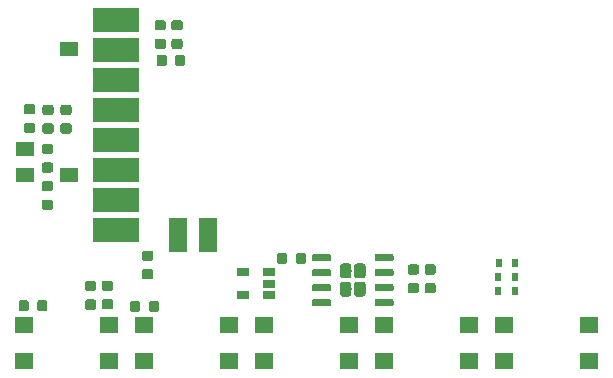
<source format=gbr>
G04 #@! TF.GenerationSoftware,KiCad,Pcbnew,(5.0.1)-3*
G04 #@! TF.CreationDate,2019-11-22T16:36:38-05:00*
G04 #@! TF.ProjectId,SmartWatch,536D61727457617463682E6B69636164,rev?*
G04 #@! TF.SameCoordinates,Original*
G04 #@! TF.FileFunction,Paste,Top*
G04 #@! TF.FilePolarity,Positive*
%FSLAX46Y46*%
G04 Gerber Fmt 4.6, Leading zero omitted, Abs format (unit mm)*
G04 Created by KiCad (PCBNEW (5.0.1)-3) date 11/22/2019 4:36:38 PM*
%MOMM*%
%LPD*%
G01*
G04 APERTURE LIST*
%ADD10C,0.100000*%
%ADD11C,0.875000*%
%ADD12C,0.970000*%
%ADD13C,0.600000*%
%ADD14R,1.600000X1.400000*%
%ADD15R,4.000000X2.000000*%
%ADD16R,1.524000X3.000000*%
%ADD17R,0.600000X0.700000*%
%ADD18R,1.500000X1.200000*%
%ADD19R,1.060000X0.650000*%
G04 APERTURE END LIST*
D10*
G04 #@! TO.C,C10*
G36*
X198194491Y-86507853D02*
X198215726Y-86511003D01*
X198236550Y-86516219D01*
X198256762Y-86523451D01*
X198276168Y-86532630D01*
X198294581Y-86543666D01*
X198311824Y-86556454D01*
X198327730Y-86570870D01*
X198342146Y-86586776D01*
X198354934Y-86604019D01*
X198365970Y-86622432D01*
X198375149Y-86641838D01*
X198382381Y-86662050D01*
X198387597Y-86682874D01*
X198390747Y-86704109D01*
X198391800Y-86725550D01*
X198391800Y-87163050D01*
X198390747Y-87184491D01*
X198387597Y-87205726D01*
X198382381Y-87226550D01*
X198375149Y-87246762D01*
X198365970Y-87266168D01*
X198354934Y-87284581D01*
X198342146Y-87301824D01*
X198327730Y-87317730D01*
X198311824Y-87332146D01*
X198294581Y-87344934D01*
X198276168Y-87355970D01*
X198256762Y-87365149D01*
X198236550Y-87372381D01*
X198215726Y-87377597D01*
X198194491Y-87380747D01*
X198173050Y-87381800D01*
X197660550Y-87381800D01*
X197639109Y-87380747D01*
X197617874Y-87377597D01*
X197597050Y-87372381D01*
X197576838Y-87365149D01*
X197557432Y-87355970D01*
X197539019Y-87344934D01*
X197521776Y-87332146D01*
X197505870Y-87317730D01*
X197491454Y-87301824D01*
X197478666Y-87284581D01*
X197467630Y-87266168D01*
X197458451Y-87246762D01*
X197451219Y-87226550D01*
X197446003Y-87205726D01*
X197442853Y-87184491D01*
X197441800Y-87163050D01*
X197441800Y-86725550D01*
X197442853Y-86704109D01*
X197446003Y-86682874D01*
X197451219Y-86662050D01*
X197458451Y-86641838D01*
X197467630Y-86622432D01*
X197478666Y-86604019D01*
X197491454Y-86586776D01*
X197505870Y-86570870D01*
X197521776Y-86556454D01*
X197539019Y-86543666D01*
X197557432Y-86532630D01*
X197576838Y-86523451D01*
X197597050Y-86516219D01*
X197617874Y-86511003D01*
X197639109Y-86507853D01*
X197660550Y-86506800D01*
X198173050Y-86506800D01*
X198194491Y-86507853D01*
X198194491Y-86507853D01*
G37*
D11*
X197916800Y-86944300D03*
D10*
G36*
X198194491Y-84932853D02*
X198215726Y-84936003D01*
X198236550Y-84941219D01*
X198256762Y-84948451D01*
X198276168Y-84957630D01*
X198294581Y-84968666D01*
X198311824Y-84981454D01*
X198327730Y-84995870D01*
X198342146Y-85011776D01*
X198354934Y-85029019D01*
X198365970Y-85047432D01*
X198375149Y-85066838D01*
X198382381Y-85087050D01*
X198387597Y-85107874D01*
X198390747Y-85129109D01*
X198391800Y-85150550D01*
X198391800Y-85588050D01*
X198390747Y-85609491D01*
X198387597Y-85630726D01*
X198382381Y-85651550D01*
X198375149Y-85671762D01*
X198365970Y-85691168D01*
X198354934Y-85709581D01*
X198342146Y-85726824D01*
X198327730Y-85742730D01*
X198311824Y-85757146D01*
X198294581Y-85769934D01*
X198276168Y-85780970D01*
X198256762Y-85790149D01*
X198236550Y-85797381D01*
X198215726Y-85802597D01*
X198194491Y-85805747D01*
X198173050Y-85806800D01*
X197660550Y-85806800D01*
X197639109Y-85805747D01*
X197617874Y-85802597D01*
X197597050Y-85797381D01*
X197576838Y-85790149D01*
X197557432Y-85780970D01*
X197539019Y-85769934D01*
X197521776Y-85757146D01*
X197505870Y-85742730D01*
X197491454Y-85726824D01*
X197478666Y-85709581D01*
X197467630Y-85691168D01*
X197458451Y-85671762D01*
X197451219Y-85651550D01*
X197446003Y-85630726D01*
X197442853Y-85609491D01*
X197441800Y-85588050D01*
X197441800Y-85150550D01*
X197442853Y-85129109D01*
X197446003Y-85107874D01*
X197451219Y-85087050D01*
X197458451Y-85066838D01*
X197467630Y-85047432D01*
X197478666Y-85029019D01*
X197491454Y-85011776D01*
X197505870Y-84995870D01*
X197521776Y-84981454D01*
X197539019Y-84968666D01*
X197557432Y-84957630D01*
X197576838Y-84948451D01*
X197597050Y-84941219D01*
X197617874Y-84936003D01*
X197639109Y-84932853D01*
X197660550Y-84931800D01*
X198173050Y-84931800D01*
X198194491Y-84932853D01*
X198194491Y-84932853D01*
G37*
D11*
X197916800Y-85369300D03*
G04 #@! TD*
D10*
G04 #@! TO.C,C2*
G36*
X221054491Y-107183453D02*
X221075726Y-107186603D01*
X221096550Y-107191819D01*
X221116762Y-107199051D01*
X221136168Y-107208230D01*
X221154581Y-107219266D01*
X221171824Y-107232054D01*
X221187730Y-107246470D01*
X221202146Y-107262376D01*
X221214934Y-107279619D01*
X221225970Y-107298032D01*
X221235149Y-107317438D01*
X221242381Y-107337650D01*
X221247597Y-107358474D01*
X221250747Y-107379709D01*
X221251800Y-107401150D01*
X221251800Y-107838650D01*
X221250747Y-107860091D01*
X221247597Y-107881326D01*
X221242381Y-107902150D01*
X221235149Y-107922362D01*
X221225970Y-107941768D01*
X221214934Y-107960181D01*
X221202146Y-107977424D01*
X221187730Y-107993330D01*
X221171824Y-108007746D01*
X221154581Y-108020534D01*
X221136168Y-108031570D01*
X221116762Y-108040749D01*
X221096550Y-108047981D01*
X221075726Y-108053197D01*
X221054491Y-108056347D01*
X221033050Y-108057400D01*
X220520550Y-108057400D01*
X220499109Y-108056347D01*
X220477874Y-108053197D01*
X220457050Y-108047981D01*
X220436838Y-108040749D01*
X220417432Y-108031570D01*
X220399019Y-108020534D01*
X220381776Y-108007746D01*
X220365870Y-107993330D01*
X220351454Y-107977424D01*
X220338666Y-107960181D01*
X220327630Y-107941768D01*
X220318451Y-107922362D01*
X220311219Y-107902150D01*
X220306003Y-107881326D01*
X220302853Y-107860091D01*
X220301800Y-107838650D01*
X220301800Y-107401150D01*
X220302853Y-107379709D01*
X220306003Y-107358474D01*
X220311219Y-107337650D01*
X220318451Y-107317438D01*
X220327630Y-107298032D01*
X220338666Y-107279619D01*
X220351454Y-107262376D01*
X220365870Y-107246470D01*
X220381776Y-107232054D01*
X220399019Y-107219266D01*
X220417432Y-107208230D01*
X220436838Y-107199051D01*
X220457050Y-107191819D01*
X220477874Y-107186603D01*
X220499109Y-107183453D01*
X220520550Y-107182400D01*
X221033050Y-107182400D01*
X221054491Y-107183453D01*
X221054491Y-107183453D01*
G37*
D11*
X220776800Y-107619900D03*
D10*
G36*
X221054491Y-105608453D02*
X221075726Y-105611603D01*
X221096550Y-105616819D01*
X221116762Y-105624051D01*
X221136168Y-105633230D01*
X221154581Y-105644266D01*
X221171824Y-105657054D01*
X221187730Y-105671470D01*
X221202146Y-105687376D01*
X221214934Y-105704619D01*
X221225970Y-105723032D01*
X221235149Y-105742438D01*
X221242381Y-105762650D01*
X221247597Y-105783474D01*
X221250747Y-105804709D01*
X221251800Y-105826150D01*
X221251800Y-106263650D01*
X221250747Y-106285091D01*
X221247597Y-106306326D01*
X221242381Y-106327150D01*
X221235149Y-106347362D01*
X221225970Y-106366768D01*
X221214934Y-106385181D01*
X221202146Y-106402424D01*
X221187730Y-106418330D01*
X221171824Y-106432746D01*
X221154581Y-106445534D01*
X221136168Y-106456570D01*
X221116762Y-106465749D01*
X221096550Y-106472981D01*
X221075726Y-106478197D01*
X221054491Y-106481347D01*
X221033050Y-106482400D01*
X220520550Y-106482400D01*
X220499109Y-106481347D01*
X220477874Y-106478197D01*
X220457050Y-106472981D01*
X220436838Y-106465749D01*
X220417432Y-106456570D01*
X220399019Y-106445534D01*
X220381776Y-106432746D01*
X220365870Y-106418330D01*
X220351454Y-106402424D01*
X220338666Y-106385181D01*
X220327630Y-106366768D01*
X220318451Y-106347362D01*
X220311219Y-106327150D01*
X220306003Y-106306326D01*
X220302853Y-106285091D01*
X220301800Y-106263650D01*
X220301800Y-105826150D01*
X220302853Y-105804709D01*
X220306003Y-105783474D01*
X220311219Y-105762650D01*
X220318451Y-105742438D01*
X220327630Y-105723032D01*
X220338666Y-105704619D01*
X220351454Y-105687376D01*
X220365870Y-105671470D01*
X220381776Y-105657054D01*
X220399019Y-105644266D01*
X220417432Y-105633230D01*
X220436838Y-105624051D01*
X220457050Y-105616819D01*
X220477874Y-105611603D01*
X220499109Y-105608453D01*
X220520550Y-105607400D01*
X221033050Y-105607400D01*
X221054491Y-105608453D01*
X221054491Y-105608453D01*
G37*
D11*
X220776800Y-106044900D03*
G04 #@! TD*
D10*
G04 #@! TO.C,C3*
G36*
X219632091Y-105608453D02*
X219653326Y-105611603D01*
X219674150Y-105616819D01*
X219694362Y-105624051D01*
X219713768Y-105633230D01*
X219732181Y-105644266D01*
X219749424Y-105657054D01*
X219765330Y-105671470D01*
X219779746Y-105687376D01*
X219792534Y-105704619D01*
X219803570Y-105723032D01*
X219812749Y-105742438D01*
X219819981Y-105762650D01*
X219825197Y-105783474D01*
X219828347Y-105804709D01*
X219829400Y-105826150D01*
X219829400Y-106263650D01*
X219828347Y-106285091D01*
X219825197Y-106306326D01*
X219819981Y-106327150D01*
X219812749Y-106347362D01*
X219803570Y-106366768D01*
X219792534Y-106385181D01*
X219779746Y-106402424D01*
X219765330Y-106418330D01*
X219749424Y-106432746D01*
X219732181Y-106445534D01*
X219713768Y-106456570D01*
X219694362Y-106465749D01*
X219674150Y-106472981D01*
X219653326Y-106478197D01*
X219632091Y-106481347D01*
X219610650Y-106482400D01*
X219098150Y-106482400D01*
X219076709Y-106481347D01*
X219055474Y-106478197D01*
X219034650Y-106472981D01*
X219014438Y-106465749D01*
X218995032Y-106456570D01*
X218976619Y-106445534D01*
X218959376Y-106432746D01*
X218943470Y-106418330D01*
X218929054Y-106402424D01*
X218916266Y-106385181D01*
X218905230Y-106366768D01*
X218896051Y-106347362D01*
X218888819Y-106327150D01*
X218883603Y-106306326D01*
X218880453Y-106285091D01*
X218879400Y-106263650D01*
X218879400Y-105826150D01*
X218880453Y-105804709D01*
X218883603Y-105783474D01*
X218888819Y-105762650D01*
X218896051Y-105742438D01*
X218905230Y-105723032D01*
X218916266Y-105704619D01*
X218929054Y-105687376D01*
X218943470Y-105671470D01*
X218959376Y-105657054D01*
X218976619Y-105644266D01*
X218995032Y-105633230D01*
X219014438Y-105624051D01*
X219034650Y-105616819D01*
X219055474Y-105611603D01*
X219076709Y-105608453D01*
X219098150Y-105607400D01*
X219610650Y-105607400D01*
X219632091Y-105608453D01*
X219632091Y-105608453D01*
G37*
D11*
X219354400Y-106044900D03*
D10*
G36*
X219632091Y-107183453D02*
X219653326Y-107186603D01*
X219674150Y-107191819D01*
X219694362Y-107199051D01*
X219713768Y-107208230D01*
X219732181Y-107219266D01*
X219749424Y-107232054D01*
X219765330Y-107246470D01*
X219779746Y-107262376D01*
X219792534Y-107279619D01*
X219803570Y-107298032D01*
X219812749Y-107317438D01*
X219819981Y-107337650D01*
X219825197Y-107358474D01*
X219828347Y-107379709D01*
X219829400Y-107401150D01*
X219829400Y-107838650D01*
X219828347Y-107860091D01*
X219825197Y-107881326D01*
X219819981Y-107902150D01*
X219812749Y-107922362D01*
X219803570Y-107941768D01*
X219792534Y-107960181D01*
X219779746Y-107977424D01*
X219765330Y-107993330D01*
X219749424Y-108007746D01*
X219732181Y-108020534D01*
X219713768Y-108031570D01*
X219694362Y-108040749D01*
X219674150Y-108047981D01*
X219653326Y-108053197D01*
X219632091Y-108056347D01*
X219610650Y-108057400D01*
X219098150Y-108057400D01*
X219076709Y-108056347D01*
X219055474Y-108053197D01*
X219034650Y-108047981D01*
X219014438Y-108040749D01*
X218995032Y-108031570D01*
X218976619Y-108020534D01*
X218959376Y-108007746D01*
X218943470Y-107993330D01*
X218929054Y-107977424D01*
X218916266Y-107960181D01*
X218905230Y-107941768D01*
X218896051Y-107922362D01*
X218888819Y-107902150D01*
X218883603Y-107881326D01*
X218880453Y-107860091D01*
X218879400Y-107838650D01*
X218879400Y-107401150D01*
X218880453Y-107379709D01*
X218883603Y-107358474D01*
X218888819Y-107337650D01*
X218896051Y-107317438D01*
X218905230Y-107298032D01*
X218916266Y-107279619D01*
X218929054Y-107262376D01*
X218943470Y-107246470D01*
X218959376Y-107232054D01*
X218976619Y-107219266D01*
X218995032Y-107208230D01*
X219014438Y-107199051D01*
X219034650Y-107191819D01*
X219055474Y-107186603D01*
X219076709Y-107183453D01*
X219098150Y-107182400D01*
X219610650Y-107182400D01*
X219632091Y-107183453D01*
X219632091Y-107183453D01*
G37*
D11*
X219354400Y-107619900D03*
G04 #@! TD*
D10*
G04 #@! TO.C,C1*
G36*
X210069691Y-104631253D02*
X210090926Y-104634403D01*
X210111750Y-104639619D01*
X210131962Y-104646851D01*
X210151368Y-104656030D01*
X210169781Y-104667066D01*
X210187024Y-104679854D01*
X210202930Y-104694270D01*
X210217346Y-104710176D01*
X210230134Y-104727419D01*
X210241170Y-104745832D01*
X210250349Y-104765238D01*
X210257581Y-104785450D01*
X210262797Y-104806274D01*
X210265947Y-104827509D01*
X210267000Y-104848950D01*
X210267000Y-105361450D01*
X210265947Y-105382891D01*
X210262797Y-105404126D01*
X210257581Y-105424950D01*
X210250349Y-105445162D01*
X210241170Y-105464568D01*
X210230134Y-105482981D01*
X210217346Y-105500224D01*
X210202930Y-105516130D01*
X210187024Y-105530546D01*
X210169781Y-105543334D01*
X210151368Y-105554370D01*
X210131962Y-105563549D01*
X210111750Y-105570781D01*
X210090926Y-105575997D01*
X210069691Y-105579147D01*
X210048250Y-105580200D01*
X209610750Y-105580200D01*
X209589309Y-105579147D01*
X209568074Y-105575997D01*
X209547250Y-105570781D01*
X209527038Y-105563549D01*
X209507632Y-105554370D01*
X209489219Y-105543334D01*
X209471976Y-105530546D01*
X209456070Y-105516130D01*
X209441654Y-105500224D01*
X209428866Y-105482981D01*
X209417830Y-105464568D01*
X209408651Y-105445162D01*
X209401419Y-105424950D01*
X209396203Y-105404126D01*
X209393053Y-105382891D01*
X209392000Y-105361450D01*
X209392000Y-104848950D01*
X209393053Y-104827509D01*
X209396203Y-104806274D01*
X209401419Y-104785450D01*
X209408651Y-104765238D01*
X209417830Y-104745832D01*
X209428866Y-104727419D01*
X209441654Y-104710176D01*
X209456070Y-104694270D01*
X209471976Y-104679854D01*
X209489219Y-104667066D01*
X209507632Y-104656030D01*
X209527038Y-104646851D01*
X209547250Y-104639619D01*
X209568074Y-104634403D01*
X209589309Y-104631253D01*
X209610750Y-104630200D01*
X210048250Y-104630200D01*
X210069691Y-104631253D01*
X210069691Y-104631253D01*
G37*
D11*
X209829500Y-105105200D03*
D10*
G36*
X208494691Y-104631253D02*
X208515926Y-104634403D01*
X208536750Y-104639619D01*
X208556962Y-104646851D01*
X208576368Y-104656030D01*
X208594781Y-104667066D01*
X208612024Y-104679854D01*
X208627930Y-104694270D01*
X208642346Y-104710176D01*
X208655134Y-104727419D01*
X208666170Y-104745832D01*
X208675349Y-104765238D01*
X208682581Y-104785450D01*
X208687797Y-104806274D01*
X208690947Y-104827509D01*
X208692000Y-104848950D01*
X208692000Y-105361450D01*
X208690947Y-105382891D01*
X208687797Y-105404126D01*
X208682581Y-105424950D01*
X208675349Y-105445162D01*
X208666170Y-105464568D01*
X208655134Y-105482981D01*
X208642346Y-105500224D01*
X208627930Y-105516130D01*
X208612024Y-105530546D01*
X208594781Y-105543334D01*
X208576368Y-105554370D01*
X208556962Y-105563549D01*
X208536750Y-105570781D01*
X208515926Y-105575997D01*
X208494691Y-105579147D01*
X208473250Y-105580200D01*
X208035750Y-105580200D01*
X208014309Y-105579147D01*
X207993074Y-105575997D01*
X207972250Y-105570781D01*
X207952038Y-105563549D01*
X207932632Y-105554370D01*
X207914219Y-105543334D01*
X207896976Y-105530546D01*
X207881070Y-105516130D01*
X207866654Y-105500224D01*
X207853866Y-105482981D01*
X207842830Y-105464568D01*
X207833651Y-105445162D01*
X207826419Y-105424950D01*
X207821203Y-105404126D01*
X207818053Y-105382891D01*
X207817000Y-105361450D01*
X207817000Y-104848950D01*
X207818053Y-104827509D01*
X207821203Y-104806274D01*
X207826419Y-104785450D01*
X207833651Y-104765238D01*
X207842830Y-104745832D01*
X207853866Y-104727419D01*
X207866654Y-104710176D01*
X207881070Y-104694270D01*
X207896976Y-104679854D01*
X207914219Y-104667066D01*
X207932632Y-104656030D01*
X207952038Y-104646851D01*
X207972250Y-104639619D01*
X207993074Y-104634403D01*
X208014309Y-104631253D01*
X208035750Y-104630200D01*
X208473250Y-104630200D01*
X208494691Y-104631253D01*
X208494691Y-104631253D01*
G37*
D11*
X208254500Y-105105200D03*
G04 #@! TD*
D10*
G04 #@! TO.C,U1*
G36*
X215089869Y-107085168D02*
X215113409Y-107088660D01*
X215136494Y-107094442D01*
X215158901Y-107102459D01*
X215180414Y-107112634D01*
X215200826Y-107124869D01*
X215219940Y-107139045D01*
X215237573Y-107155027D01*
X215253555Y-107172660D01*
X215267731Y-107191774D01*
X215279966Y-107212186D01*
X215290141Y-107233699D01*
X215298158Y-107256106D01*
X215303940Y-107279191D01*
X215307432Y-107302731D01*
X215308600Y-107326500D01*
X215308600Y-108091500D01*
X215307432Y-108115269D01*
X215303940Y-108138809D01*
X215298158Y-108161894D01*
X215290141Y-108184301D01*
X215279966Y-108205814D01*
X215267731Y-108226226D01*
X215253555Y-108245340D01*
X215237573Y-108262973D01*
X215219940Y-108278955D01*
X215200826Y-108293131D01*
X215180414Y-108305366D01*
X215158901Y-108315541D01*
X215136494Y-108323558D01*
X215113409Y-108329340D01*
X215089869Y-108332832D01*
X215066100Y-108334000D01*
X214581100Y-108334000D01*
X214557331Y-108332832D01*
X214533791Y-108329340D01*
X214510706Y-108323558D01*
X214488299Y-108315541D01*
X214466786Y-108305366D01*
X214446374Y-108293131D01*
X214427260Y-108278955D01*
X214409627Y-108262973D01*
X214393645Y-108245340D01*
X214379469Y-108226226D01*
X214367234Y-108205814D01*
X214357059Y-108184301D01*
X214349042Y-108161894D01*
X214343260Y-108138809D01*
X214339768Y-108115269D01*
X214338600Y-108091500D01*
X214338600Y-107326500D01*
X214339768Y-107302731D01*
X214343260Y-107279191D01*
X214349042Y-107256106D01*
X214357059Y-107233699D01*
X214367234Y-107212186D01*
X214379469Y-107191774D01*
X214393645Y-107172660D01*
X214409627Y-107155027D01*
X214427260Y-107139045D01*
X214446374Y-107124869D01*
X214466786Y-107112634D01*
X214488299Y-107102459D01*
X214510706Y-107094442D01*
X214533791Y-107088660D01*
X214557331Y-107085168D01*
X214581100Y-107084000D01*
X215066100Y-107084000D01*
X215089869Y-107085168D01*
X215089869Y-107085168D01*
G37*
D12*
X214823600Y-107709000D03*
D10*
G36*
X215089869Y-105535168D02*
X215113409Y-105538660D01*
X215136494Y-105544442D01*
X215158901Y-105552459D01*
X215180414Y-105562634D01*
X215200826Y-105574869D01*
X215219940Y-105589045D01*
X215237573Y-105605027D01*
X215253555Y-105622660D01*
X215267731Y-105641774D01*
X215279966Y-105662186D01*
X215290141Y-105683699D01*
X215298158Y-105706106D01*
X215303940Y-105729191D01*
X215307432Y-105752731D01*
X215308600Y-105776500D01*
X215308600Y-106541500D01*
X215307432Y-106565269D01*
X215303940Y-106588809D01*
X215298158Y-106611894D01*
X215290141Y-106634301D01*
X215279966Y-106655814D01*
X215267731Y-106676226D01*
X215253555Y-106695340D01*
X215237573Y-106712973D01*
X215219940Y-106728955D01*
X215200826Y-106743131D01*
X215180414Y-106755366D01*
X215158901Y-106765541D01*
X215136494Y-106773558D01*
X215113409Y-106779340D01*
X215089869Y-106782832D01*
X215066100Y-106784000D01*
X214581100Y-106784000D01*
X214557331Y-106782832D01*
X214533791Y-106779340D01*
X214510706Y-106773558D01*
X214488299Y-106765541D01*
X214466786Y-106755366D01*
X214446374Y-106743131D01*
X214427260Y-106728955D01*
X214409627Y-106712973D01*
X214393645Y-106695340D01*
X214379469Y-106676226D01*
X214367234Y-106655814D01*
X214357059Y-106634301D01*
X214349042Y-106611894D01*
X214343260Y-106588809D01*
X214339768Y-106565269D01*
X214338600Y-106541500D01*
X214338600Y-105776500D01*
X214339768Y-105752731D01*
X214343260Y-105729191D01*
X214349042Y-105706106D01*
X214357059Y-105683699D01*
X214367234Y-105662186D01*
X214379469Y-105641774D01*
X214393645Y-105622660D01*
X214409627Y-105605027D01*
X214427260Y-105589045D01*
X214446374Y-105574869D01*
X214466786Y-105562634D01*
X214488299Y-105552459D01*
X214510706Y-105544442D01*
X214533791Y-105538660D01*
X214557331Y-105535168D01*
X214581100Y-105534000D01*
X215066100Y-105534000D01*
X215089869Y-105535168D01*
X215089869Y-105535168D01*
G37*
D12*
X214823600Y-106159000D03*
D10*
G36*
X213889869Y-107085168D02*
X213913409Y-107088660D01*
X213936494Y-107094442D01*
X213958901Y-107102459D01*
X213980414Y-107112634D01*
X214000826Y-107124869D01*
X214019940Y-107139045D01*
X214037573Y-107155027D01*
X214053555Y-107172660D01*
X214067731Y-107191774D01*
X214079966Y-107212186D01*
X214090141Y-107233699D01*
X214098158Y-107256106D01*
X214103940Y-107279191D01*
X214107432Y-107302731D01*
X214108600Y-107326500D01*
X214108600Y-108091500D01*
X214107432Y-108115269D01*
X214103940Y-108138809D01*
X214098158Y-108161894D01*
X214090141Y-108184301D01*
X214079966Y-108205814D01*
X214067731Y-108226226D01*
X214053555Y-108245340D01*
X214037573Y-108262973D01*
X214019940Y-108278955D01*
X214000826Y-108293131D01*
X213980414Y-108305366D01*
X213958901Y-108315541D01*
X213936494Y-108323558D01*
X213913409Y-108329340D01*
X213889869Y-108332832D01*
X213866100Y-108334000D01*
X213381100Y-108334000D01*
X213357331Y-108332832D01*
X213333791Y-108329340D01*
X213310706Y-108323558D01*
X213288299Y-108315541D01*
X213266786Y-108305366D01*
X213246374Y-108293131D01*
X213227260Y-108278955D01*
X213209627Y-108262973D01*
X213193645Y-108245340D01*
X213179469Y-108226226D01*
X213167234Y-108205814D01*
X213157059Y-108184301D01*
X213149042Y-108161894D01*
X213143260Y-108138809D01*
X213139768Y-108115269D01*
X213138600Y-108091500D01*
X213138600Y-107326500D01*
X213139768Y-107302731D01*
X213143260Y-107279191D01*
X213149042Y-107256106D01*
X213157059Y-107233699D01*
X213167234Y-107212186D01*
X213179469Y-107191774D01*
X213193645Y-107172660D01*
X213209627Y-107155027D01*
X213227260Y-107139045D01*
X213246374Y-107124869D01*
X213266786Y-107112634D01*
X213288299Y-107102459D01*
X213310706Y-107094442D01*
X213333791Y-107088660D01*
X213357331Y-107085168D01*
X213381100Y-107084000D01*
X213866100Y-107084000D01*
X213889869Y-107085168D01*
X213889869Y-107085168D01*
G37*
D12*
X213623600Y-107709000D03*
D10*
G36*
X213889869Y-105535168D02*
X213913409Y-105538660D01*
X213936494Y-105544442D01*
X213958901Y-105552459D01*
X213980414Y-105562634D01*
X214000826Y-105574869D01*
X214019940Y-105589045D01*
X214037573Y-105605027D01*
X214053555Y-105622660D01*
X214067731Y-105641774D01*
X214079966Y-105662186D01*
X214090141Y-105683699D01*
X214098158Y-105706106D01*
X214103940Y-105729191D01*
X214107432Y-105752731D01*
X214108600Y-105776500D01*
X214108600Y-106541500D01*
X214107432Y-106565269D01*
X214103940Y-106588809D01*
X214098158Y-106611894D01*
X214090141Y-106634301D01*
X214079966Y-106655814D01*
X214067731Y-106676226D01*
X214053555Y-106695340D01*
X214037573Y-106712973D01*
X214019940Y-106728955D01*
X214000826Y-106743131D01*
X213980414Y-106755366D01*
X213958901Y-106765541D01*
X213936494Y-106773558D01*
X213913409Y-106779340D01*
X213889869Y-106782832D01*
X213866100Y-106784000D01*
X213381100Y-106784000D01*
X213357331Y-106782832D01*
X213333791Y-106779340D01*
X213310706Y-106773558D01*
X213288299Y-106765541D01*
X213266786Y-106755366D01*
X213246374Y-106743131D01*
X213227260Y-106728955D01*
X213209627Y-106712973D01*
X213193645Y-106695340D01*
X213179469Y-106676226D01*
X213167234Y-106655814D01*
X213157059Y-106634301D01*
X213149042Y-106611894D01*
X213143260Y-106588809D01*
X213139768Y-106565269D01*
X213138600Y-106541500D01*
X213138600Y-105776500D01*
X213139768Y-105752731D01*
X213143260Y-105729191D01*
X213149042Y-105706106D01*
X213157059Y-105683699D01*
X213167234Y-105662186D01*
X213179469Y-105641774D01*
X213193645Y-105622660D01*
X213209627Y-105605027D01*
X213227260Y-105589045D01*
X213246374Y-105574869D01*
X213266786Y-105562634D01*
X213288299Y-105552459D01*
X213310706Y-105544442D01*
X213333791Y-105538660D01*
X213357331Y-105535168D01*
X213381100Y-105534000D01*
X213866100Y-105534000D01*
X213889869Y-105535168D01*
X213889869Y-105535168D01*
G37*
D12*
X213623600Y-106159000D03*
D10*
G36*
X217538303Y-108539722D02*
X217552864Y-108541882D01*
X217567143Y-108545459D01*
X217581003Y-108550418D01*
X217594310Y-108556712D01*
X217606936Y-108564280D01*
X217618759Y-108573048D01*
X217629666Y-108582934D01*
X217639552Y-108593841D01*
X217648320Y-108605664D01*
X217655888Y-108618290D01*
X217662182Y-108631597D01*
X217667141Y-108645457D01*
X217670718Y-108659736D01*
X217672878Y-108674297D01*
X217673600Y-108689000D01*
X217673600Y-108989000D01*
X217672878Y-109003703D01*
X217670718Y-109018264D01*
X217667141Y-109032543D01*
X217662182Y-109046403D01*
X217655888Y-109059710D01*
X217648320Y-109072336D01*
X217639552Y-109084159D01*
X217629666Y-109095066D01*
X217618759Y-109104952D01*
X217606936Y-109113720D01*
X217594310Y-109121288D01*
X217581003Y-109127582D01*
X217567143Y-109132541D01*
X217552864Y-109136118D01*
X217538303Y-109138278D01*
X217523600Y-109139000D01*
X216223600Y-109139000D01*
X216208897Y-109138278D01*
X216194336Y-109136118D01*
X216180057Y-109132541D01*
X216166197Y-109127582D01*
X216152890Y-109121288D01*
X216140264Y-109113720D01*
X216128441Y-109104952D01*
X216117534Y-109095066D01*
X216107648Y-109084159D01*
X216098880Y-109072336D01*
X216091312Y-109059710D01*
X216085018Y-109046403D01*
X216080059Y-109032543D01*
X216076482Y-109018264D01*
X216074322Y-109003703D01*
X216073600Y-108989000D01*
X216073600Y-108689000D01*
X216074322Y-108674297D01*
X216076482Y-108659736D01*
X216080059Y-108645457D01*
X216085018Y-108631597D01*
X216091312Y-108618290D01*
X216098880Y-108605664D01*
X216107648Y-108593841D01*
X216117534Y-108582934D01*
X216128441Y-108573048D01*
X216140264Y-108564280D01*
X216152890Y-108556712D01*
X216166197Y-108550418D01*
X216180057Y-108545459D01*
X216194336Y-108541882D01*
X216208897Y-108539722D01*
X216223600Y-108539000D01*
X217523600Y-108539000D01*
X217538303Y-108539722D01*
X217538303Y-108539722D01*
G37*
D13*
X216873600Y-108839000D03*
D10*
G36*
X217538303Y-107269722D02*
X217552864Y-107271882D01*
X217567143Y-107275459D01*
X217581003Y-107280418D01*
X217594310Y-107286712D01*
X217606936Y-107294280D01*
X217618759Y-107303048D01*
X217629666Y-107312934D01*
X217639552Y-107323841D01*
X217648320Y-107335664D01*
X217655888Y-107348290D01*
X217662182Y-107361597D01*
X217667141Y-107375457D01*
X217670718Y-107389736D01*
X217672878Y-107404297D01*
X217673600Y-107419000D01*
X217673600Y-107719000D01*
X217672878Y-107733703D01*
X217670718Y-107748264D01*
X217667141Y-107762543D01*
X217662182Y-107776403D01*
X217655888Y-107789710D01*
X217648320Y-107802336D01*
X217639552Y-107814159D01*
X217629666Y-107825066D01*
X217618759Y-107834952D01*
X217606936Y-107843720D01*
X217594310Y-107851288D01*
X217581003Y-107857582D01*
X217567143Y-107862541D01*
X217552864Y-107866118D01*
X217538303Y-107868278D01*
X217523600Y-107869000D01*
X216223600Y-107869000D01*
X216208897Y-107868278D01*
X216194336Y-107866118D01*
X216180057Y-107862541D01*
X216166197Y-107857582D01*
X216152890Y-107851288D01*
X216140264Y-107843720D01*
X216128441Y-107834952D01*
X216117534Y-107825066D01*
X216107648Y-107814159D01*
X216098880Y-107802336D01*
X216091312Y-107789710D01*
X216085018Y-107776403D01*
X216080059Y-107762543D01*
X216076482Y-107748264D01*
X216074322Y-107733703D01*
X216073600Y-107719000D01*
X216073600Y-107419000D01*
X216074322Y-107404297D01*
X216076482Y-107389736D01*
X216080059Y-107375457D01*
X216085018Y-107361597D01*
X216091312Y-107348290D01*
X216098880Y-107335664D01*
X216107648Y-107323841D01*
X216117534Y-107312934D01*
X216128441Y-107303048D01*
X216140264Y-107294280D01*
X216152890Y-107286712D01*
X216166197Y-107280418D01*
X216180057Y-107275459D01*
X216194336Y-107271882D01*
X216208897Y-107269722D01*
X216223600Y-107269000D01*
X217523600Y-107269000D01*
X217538303Y-107269722D01*
X217538303Y-107269722D01*
G37*
D13*
X216873600Y-107569000D03*
D10*
G36*
X217538303Y-105999722D02*
X217552864Y-106001882D01*
X217567143Y-106005459D01*
X217581003Y-106010418D01*
X217594310Y-106016712D01*
X217606936Y-106024280D01*
X217618759Y-106033048D01*
X217629666Y-106042934D01*
X217639552Y-106053841D01*
X217648320Y-106065664D01*
X217655888Y-106078290D01*
X217662182Y-106091597D01*
X217667141Y-106105457D01*
X217670718Y-106119736D01*
X217672878Y-106134297D01*
X217673600Y-106149000D01*
X217673600Y-106449000D01*
X217672878Y-106463703D01*
X217670718Y-106478264D01*
X217667141Y-106492543D01*
X217662182Y-106506403D01*
X217655888Y-106519710D01*
X217648320Y-106532336D01*
X217639552Y-106544159D01*
X217629666Y-106555066D01*
X217618759Y-106564952D01*
X217606936Y-106573720D01*
X217594310Y-106581288D01*
X217581003Y-106587582D01*
X217567143Y-106592541D01*
X217552864Y-106596118D01*
X217538303Y-106598278D01*
X217523600Y-106599000D01*
X216223600Y-106599000D01*
X216208897Y-106598278D01*
X216194336Y-106596118D01*
X216180057Y-106592541D01*
X216166197Y-106587582D01*
X216152890Y-106581288D01*
X216140264Y-106573720D01*
X216128441Y-106564952D01*
X216117534Y-106555066D01*
X216107648Y-106544159D01*
X216098880Y-106532336D01*
X216091312Y-106519710D01*
X216085018Y-106506403D01*
X216080059Y-106492543D01*
X216076482Y-106478264D01*
X216074322Y-106463703D01*
X216073600Y-106449000D01*
X216073600Y-106149000D01*
X216074322Y-106134297D01*
X216076482Y-106119736D01*
X216080059Y-106105457D01*
X216085018Y-106091597D01*
X216091312Y-106078290D01*
X216098880Y-106065664D01*
X216107648Y-106053841D01*
X216117534Y-106042934D01*
X216128441Y-106033048D01*
X216140264Y-106024280D01*
X216152890Y-106016712D01*
X216166197Y-106010418D01*
X216180057Y-106005459D01*
X216194336Y-106001882D01*
X216208897Y-105999722D01*
X216223600Y-105999000D01*
X217523600Y-105999000D01*
X217538303Y-105999722D01*
X217538303Y-105999722D01*
G37*
D13*
X216873600Y-106299000D03*
D10*
G36*
X217538303Y-104729722D02*
X217552864Y-104731882D01*
X217567143Y-104735459D01*
X217581003Y-104740418D01*
X217594310Y-104746712D01*
X217606936Y-104754280D01*
X217618759Y-104763048D01*
X217629666Y-104772934D01*
X217639552Y-104783841D01*
X217648320Y-104795664D01*
X217655888Y-104808290D01*
X217662182Y-104821597D01*
X217667141Y-104835457D01*
X217670718Y-104849736D01*
X217672878Y-104864297D01*
X217673600Y-104879000D01*
X217673600Y-105179000D01*
X217672878Y-105193703D01*
X217670718Y-105208264D01*
X217667141Y-105222543D01*
X217662182Y-105236403D01*
X217655888Y-105249710D01*
X217648320Y-105262336D01*
X217639552Y-105274159D01*
X217629666Y-105285066D01*
X217618759Y-105294952D01*
X217606936Y-105303720D01*
X217594310Y-105311288D01*
X217581003Y-105317582D01*
X217567143Y-105322541D01*
X217552864Y-105326118D01*
X217538303Y-105328278D01*
X217523600Y-105329000D01*
X216223600Y-105329000D01*
X216208897Y-105328278D01*
X216194336Y-105326118D01*
X216180057Y-105322541D01*
X216166197Y-105317582D01*
X216152890Y-105311288D01*
X216140264Y-105303720D01*
X216128441Y-105294952D01*
X216117534Y-105285066D01*
X216107648Y-105274159D01*
X216098880Y-105262336D01*
X216091312Y-105249710D01*
X216085018Y-105236403D01*
X216080059Y-105222543D01*
X216076482Y-105208264D01*
X216074322Y-105193703D01*
X216073600Y-105179000D01*
X216073600Y-104879000D01*
X216074322Y-104864297D01*
X216076482Y-104849736D01*
X216080059Y-104835457D01*
X216085018Y-104821597D01*
X216091312Y-104808290D01*
X216098880Y-104795664D01*
X216107648Y-104783841D01*
X216117534Y-104772934D01*
X216128441Y-104763048D01*
X216140264Y-104754280D01*
X216152890Y-104746712D01*
X216166197Y-104740418D01*
X216180057Y-104735459D01*
X216194336Y-104731882D01*
X216208897Y-104729722D01*
X216223600Y-104729000D01*
X217523600Y-104729000D01*
X217538303Y-104729722D01*
X217538303Y-104729722D01*
G37*
D13*
X216873600Y-105029000D03*
D10*
G36*
X212238303Y-104729722D02*
X212252864Y-104731882D01*
X212267143Y-104735459D01*
X212281003Y-104740418D01*
X212294310Y-104746712D01*
X212306936Y-104754280D01*
X212318759Y-104763048D01*
X212329666Y-104772934D01*
X212339552Y-104783841D01*
X212348320Y-104795664D01*
X212355888Y-104808290D01*
X212362182Y-104821597D01*
X212367141Y-104835457D01*
X212370718Y-104849736D01*
X212372878Y-104864297D01*
X212373600Y-104879000D01*
X212373600Y-105179000D01*
X212372878Y-105193703D01*
X212370718Y-105208264D01*
X212367141Y-105222543D01*
X212362182Y-105236403D01*
X212355888Y-105249710D01*
X212348320Y-105262336D01*
X212339552Y-105274159D01*
X212329666Y-105285066D01*
X212318759Y-105294952D01*
X212306936Y-105303720D01*
X212294310Y-105311288D01*
X212281003Y-105317582D01*
X212267143Y-105322541D01*
X212252864Y-105326118D01*
X212238303Y-105328278D01*
X212223600Y-105329000D01*
X210923600Y-105329000D01*
X210908897Y-105328278D01*
X210894336Y-105326118D01*
X210880057Y-105322541D01*
X210866197Y-105317582D01*
X210852890Y-105311288D01*
X210840264Y-105303720D01*
X210828441Y-105294952D01*
X210817534Y-105285066D01*
X210807648Y-105274159D01*
X210798880Y-105262336D01*
X210791312Y-105249710D01*
X210785018Y-105236403D01*
X210780059Y-105222543D01*
X210776482Y-105208264D01*
X210774322Y-105193703D01*
X210773600Y-105179000D01*
X210773600Y-104879000D01*
X210774322Y-104864297D01*
X210776482Y-104849736D01*
X210780059Y-104835457D01*
X210785018Y-104821597D01*
X210791312Y-104808290D01*
X210798880Y-104795664D01*
X210807648Y-104783841D01*
X210817534Y-104772934D01*
X210828441Y-104763048D01*
X210840264Y-104754280D01*
X210852890Y-104746712D01*
X210866197Y-104740418D01*
X210880057Y-104735459D01*
X210894336Y-104731882D01*
X210908897Y-104729722D01*
X210923600Y-104729000D01*
X212223600Y-104729000D01*
X212238303Y-104729722D01*
X212238303Y-104729722D01*
G37*
D13*
X211573600Y-105029000D03*
D10*
G36*
X212238303Y-105999722D02*
X212252864Y-106001882D01*
X212267143Y-106005459D01*
X212281003Y-106010418D01*
X212294310Y-106016712D01*
X212306936Y-106024280D01*
X212318759Y-106033048D01*
X212329666Y-106042934D01*
X212339552Y-106053841D01*
X212348320Y-106065664D01*
X212355888Y-106078290D01*
X212362182Y-106091597D01*
X212367141Y-106105457D01*
X212370718Y-106119736D01*
X212372878Y-106134297D01*
X212373600Y-106149000D01*
X212373600Y-106449000D01*
X212372878Y-106463703D01*
X212370718Y-106478264D01*
X212367141Y-106492543D01*
X212362182Y-106506403D01*
X212355888Y-106519710D01*
X212348320Y-106532336D01*
X212339552Y-106544159D01*
X212329666Y-106555066D01*
X212318759Y-106564952D01*
X212306936Y-106573720D01*
X212294310Y-106581288D01*
X212281003Y-106587582D01*
X212267143Y-106592541D01*
X212252864Y-106596118D01*
X212238303Y-106598278D01*
X212223600Y-106599000D01*
X210923600Y-106599000D01*
X210908897Y-106598278D01*
X210894336Y-106596118D01*
X210880057Y-106592541D01*
X210866197Y-106587582D01*
X210852890Y-106581288D01*
X210840264Y-106573720D01*
X210828441Y-106564952D01*
X210817534Y-106555066D01*
X210807648Y-106544159D01*
X210798880Y-106532336D01*
X210791312Y-106519710D01*
X210785018Y-106506403D01*
X210780059Y-106492543D01*
X210776482Y-106478264D01*
X210774322Y-106463703D01*
X210773600Y-106449000D01*
X210773600Y-106149000D01*
X210774322Y-106134297D01*
X210776482Y-106119736D01*
X210780059Y-106105457D01*
X210785018Y-106091597D01*
X210791312Y-106078290D01*
X210798880Y-106065664D01*
X210807648Y-106053841D01*
X210817534Y-106042934D01*
X210828441Y-106033048D01*
X210840264Y-106024280D01*
X210852890Y-106016712D01*
X210866197Y-106010418D01*
X210880057Y-106005459D01*
X210894336Y-106001882D01*
X210908897Y-105999722D01*
X210923600Y-105999000D01*
X212223600Y-105999000D01*
X212238303Y-105999722D01*
X212238303Y-105999722D01*
G37*
D13*
X211573600Y-106299000D03*
D10*
G36*
X212238303Y-107269722D02*
X212252864Y-107271882D01*
X212267143Y-107275459D01*
X212281003Y-107280418D01*
X212294310Y-107286712D01*
X212306936Y-107294280D01*
X212318759Y-107303048D01*
X212329666Y-107312934D01*
X212339552Y-107323841D01*
X212348320Y-107335664D01*
X212355888Y-107348290D01*
X212362182Y-107361597D01*
X212367141Y-107375457D01*
X212370718Y-107389736D01*
X212372878Y-107404297D01*
X212373600Y-107419000D01*
X212373600Y-107719000D01*
X212372878Y-107733703D01*
X212370718Y-107748264D01*
X212367141Y-107762543D01*
X212362182Y-107776403D01*
X212355888Y-107789710D01*
X212348320Y-107802336D01*
X212339552Y-107814159D01*
X212329666Y-107825066D01*
X212318759Y-107834952D01*
X212306936Y-107843720D01*
X212294310Y-107851288D01*
X212281003Y-107857582D01*
X212267143Y-107862541D01*
X212252864Y-107866118D01*
X212238303Y-107868278D01*
X212223600Y-107869000D01*
X210923600Y-107869000D01*
X210908897Y-107868278D01*
X210894336Y-107866118D01*
X210880057Y-107862541D01*
X210866197Y-107857582D01*
X210852890Y-107851288D01*
X210840264Y-107843720D01*
X210828441Y-107834952D01*
X210817534Y-107825066D01*
X210807648Y-107814159D01*
X210798880Y-107802336D01*
X210791312Y-107789710D01*
X210785018Y-107776403D01*
X210780059Y-107762543D01*
X210776482Y-107748264D01*
X210774322Y-107733703D01*
X210773600Y-107719000D01*
X210773600Y-107419000D01*
X210774322Y-107404297D01*
X210776482Y-107389736D01*
X210780059Y-107375457D01*
X210785018Y-107361597D01*
X210791312Y-107348290D01*
X210798880Y-107335664D01*
X210807648Y-107323841D01*
X210817534Y-107312934D01*
X210828441Y-107303048D01*
X210840264Y-107294280D01*
X210852890Y-107286712D01*
X210866197Y-107280418D01*
X210880057Y-107275459D01*
X210894336Y-107271882D01*
X210908897Y-107269722D01*
X210923600Y-107269000D01*
X212223600Y-107269000D01*
X212238303Y-107269722D01*
X212238303Y-107269722D01*
G37*
D13*
X211573600Y-107569000D03*
D10*
G36*
X212238303Y-108539722D02*
X212252864Y-108541882D01*
X212267143Y-108545459D01*
X212281003Y-108550418D01*
X212294310Y-108556712D01*
X212306936Y-108564280D01*
X212318759Y-108573048D01*
X212329666Y-108582934D01*
X212339552Y-108593841D01*
X212348320Y-108605664D01*
X212355888Y-108618290D01*
X212362182Y-108631597D01*
X212367141Y-108645457D01*
X212370718Y-108659736D01*
X212372878Y-108674297D01*
X212373600Y-108689000D01*
X212373600Y-108989000D01*
X212372878Y-109003703D01*
X212370718Y-109018264D01*
X212367141Y-109032543D01*
X212362182Y-109046403D01*
X212355888Y-109059710D01*
X212348320Y-109072336D01*
X212339552Y-109084159D01*
X212329666Y-109095066D01*
X212318759Y-109104952D01*
X212306936Y-109113720D01*
X212294310Y-109121288D01*
X212281003Y-109127582D01*
X212267143Y-109132541D01*
X212252864Y-109136118D01*
X212238303Y-109138278D01*
X212223600Y-109139000D01*
X210923600Y-109139000D01*
X210908897Y-109138278D01*
X210894336Y-109136118D01*
X210880057Y-109132541D01*
X210866197Y-109127582D01*
X210852890Y-109121288D01*
X210840264Y-109113720D01*
X210828441Y-109104952D01*
X210817534Y-109095066D01*
X210807648Y-109084159D01*
X210798880Y-109072336D01*
X210791312Y-109059710D01*
X210785018Y-109046403D01*
X210780059Y-109032543D01*
X210776482Y-109018264D01*
X210774322Y-109003703D01*
X210773600Y-108989000D01*
X210773600Y-108689000D01*
X210774322Y-108674297D01*
X210776482Y-108659736D01*
X210780059Y-108645457D01*
X210785018Y-108631597D01*
X210791312Y-108618290D01*
X210798880Y-108605664D01*
X210807648Y-108593841D01*
X210817534Y-108582934D01*
X210828441Y-108573048D01*
X210840264Y-108564280D01*
X210852890Y-108556712D01*
X210866197Y-108550418D01*
X210880057Y-108545459D01*
X210894336Y-108541882D01*
X210908897Y-108539722D01*
X210923600Y-108539000D01*
X212223600Y-108539000D01*
X212238303Y-108539722D01*
X212238303Y-108539722D01*
G37*
D13*
X211573600Y-108839000D03*
G04 #@! TD*
D14*
G04 #@! TO.C,SW4*
X186392000Y-113768000D03*
X193592000Y-113768000D03*
X186392000Y-110768000D03*
X193592000Y-110768000D03*
G04 #@! TD*
G04 #@! TO.C,SW5*
X203752000Y-110768000D03*
X196552000Y-110768000D03*
X203752000Y-113768000D03*
X196552000Y-113768000D03*
G04 #@! TD*
G04 #@! TO.C,SW1*
X206712000Y-113768000D03*
X213912000Y-113768000D03*
X206712000Y-110768000D03*
X213912000Y-110768000D03*
G04 #@! TD*
G04 #@! TO.C,SW2*
X224072000Y-110768000D03*
X216872000Y-110768000D03*
X224072000Y-113768000D03*
X216872000Y-113768000D03*
G04 #@! TD*
G04 #@! TO.C,SW3*
X227032000Y-113768000D03*
X234232000Y-113768000D03*
X227032000Y-110768000D03*
X234232000Y-110768000D03*
G04 #@! TD*
D15*
G04 #@! TO.C,U8*
X194208400Y-102717600D03*
X194208400Y-100177600D03*
X194208400Y-97637600D03*
X194208400Y-95097600D03*
X194208400Y-92557600D03*
X194208400Y-90017600D03*
X194208400Y-87477600D03*
X194208400Y-84937600D03*
G04 #@! TD*
D16*
G04 #@! TO.C,J2*
X201930000Y-103124000D03*
X199390000Y-103124000D03*
G04 #@! TD*
D10*
G04 #@! TO.C,C9*
G36*
X190218891Y-93670653D02*
X190240126Y-93673803D01*
X190260950Y-93679019D01*
X190281162Y-93686251D01*
X190300568Y-93695430D01*
X190318981Y-93706466D01*
X190336224Y-93719254D01*
X190352130Y-93733670D01*
X190366546Y-93749576D01*
X190379334Y-93766819D01*
X190390370Y-93785232D01*
X190399549Y-93804638D01*
X190406781Y-93824850D01*
X190411997Y-93845674D01*
X190415147Y-93866909D01*
X190416200Y-93888350D01*
X190416200Y-94325850D01*
X190415147Y-94347291D01*
X190411997Y-94368526D01*
X190406781Y-94389350D01*
X190399549Y-94409562D01*
X190390370Y-94428968D01*
X190379334Y-94447381D01*
X190366546Y-94464624D01*
X190352130Y-94480530D01*
X190336224Y-94494946D01*
X190318981Y-94507734D01*
X190300568Y-94518770D01*
X190281162Y-94527949D01*
X190260950Y-94535181D01*
X190240126Y-94540397D01*
X190218891Y-94543547D01*
X190197450Y-94544600D01*
X189684950Y-94544600D01*
X189663509Y-94543547D01*
X189642274Y-94540397D01*
X189621450Y-94535181D01*
X189601238Y-94527949D01*
X189581832Y-94518770D01*
X189563419Y-94507734D01*
X189546176Y-94494946D01*
X189530270Y-94480530D01*
X189515854Y-94464624D01*
X189503066Y-94447381D01*
X189492030Y-94428968D01*
X189482851Y-94409562D01*
X189475619Y-94389350D01*
X189470403Y-94368526D01*
X189467253Y-94347291D01*
X189466200Y-94325850D01*
X189466200Y-93888350D01*
X189467253Y-93866909D01*
X189470403Y-93845674D01*
X189475619Y-93824850D01*
X189482851Y-93804638D01*
X189492030Y-93785232D01*
X189503066Y-93766819D01*
X189515854Y-93749576D01*
X189530270Y-93733670D01*
X189546176Y-93719254D01*
X189563419Y-93706466D01*
X189581832Y-93695430D01*
X189601238Y-93686251D01*
X189621450Y-93679019D01*
X189642274Y-93673803D01*
X189663509Y-93670653D01*
X189684950Y-93669600D01*
X190197450Y-93669600D01*
X190218891Y-93670653D01*
X190218891Y-93670653D01*
G37*
D11*
X189941200Y-94107100D03*
D10*
G36*
X190218891Y-92095653D02*
X190240126Y-92098803D01*
X190260950Y-92104019D01*
X190281162Y-92111251D01*
X190300568Y-92120430D01*
X190318981Y-92131466D01*
X190336224Y-92144254D01*
X190352130Y-92158670D01*
X190366546Y-92174576D01*
X190379334Y-92191819D01*
X190390370Y-92210232D01*
X190399549Y-92229638D01*
X190406781Y-92249850D01*
X190411997Y-92270674D01*
X190415147Y-92291909D01*
X190416200Y-92313350D01*
X190416200Y-92750850D01*
X190415147Y-92772291D01*
X190411997Y-92793526D01*
X190406781Y-92814350D01*
X190399549Y-92834562D01*
X190390370Y-92853968D01*
X190379334Y-92872381D01*
X190366546Y-92889624D01*
X190352130Y-92905530D01*
X190336224Y-92919946D01*
X190318981Y-92932734D01*
X190300568Y-92943770D01*
X190281162Y-92952949D01*
X190260950Y-92960181D01*
X190240126Y-92965397D01*
X190218891Y-92968547D01*
X190197450Y-92969600D01*
X189684950Y-92969600D01*
X189663509Y-92968547D01*
X189642274Y-92965397D01*
X189621450Y-92960181D01*
X189601238Y-92952949D01*
X189581832Y-92943770D01*
X189563419Y-92932734D01*
X189546176Y-92919946D01*
X189530270Y-92905530D01*
X189515854Y-92889624D01*
X189503066Y-92872381D01*
X189492030Y-92853968D01*
X189482851Y-92834562D01*
X189475619Y-92814350D01*
X189470403Y-92793526D01*
X189467253Y-92772291D01*
X189466200Y-92750850D01*
X189466200Y-92313350D01*
X189467253Y-92291909D01*
X189470403Y-92270674D01*
X189475619Y-92249850D01*
X189482851Y-92229638D01*
X189492030Y-92210232D01*
X189503066Y-92191819D01*
X189515854Y-92174576D01*
X189530270Y-92158670D01*
X189546176Y-92144254D01*
X189563419Y-92131466D01*
X189581832Y-92120430D01*
X189601238Y-92111251D01*
X189621450Y-92104019D01*
X189642274Y-92098803D01*
X189663509Y-92095653D01*
X189684950Y-92094600D01*
X190197450Y-92094600D01*
X190218891Y-92095653D01*
X190218891Y-92095653D01*
G37*
D11*
X189941200Y-92532100D03*
G04 #@! TD*
D10*
G04 #@! TO.C,C11*
G36*
X199616891Y-84932853D02*
X199638126Y-84936003D01*
X199658950Y-84941219D01*
X199679162Y-84948451D01*
X199698568Y-84957630D01*
X199716981Y-84968666D01*
X199734224Y-84981454D01*
X199750130Y-84995870D01*
X199764546Y-85011776D01*
X199777334Y-85029019D01*
X199788370Y-85047432D01*
X199797549Y-85066838D01*
X199804781Y-85087050D01*
X199809997Y-85107874D01*
X199813147Y-85129109D01*
X199814200Y-85150550D01*
X199814200Y-85588050D01*
X199813147Y-85609491D01*
X199809997Y-85630726D01*
X199804781Y-85651550D01*
X199797549Y-85671762D01*
X199788370Y-85691168D01*
X199777334Y-85709581D01*
X199764546Y-85726824D01*
X199750130Y-85742730D01*
X199734224Y-85757146D01*
X199716981Y-85769934D01*
X199698568Y-85780970D01*
X199679162Y-85790149D01*
X199658950Y-85797381D01*
X199638126Y-85802597D01*
X199616891Y-85805747D01*
X199595450Y-85806800D01*
X199082950Y-85806800D01*
X199061509Y-85805747D01*
X199040274Y-85802597D01*
X199019450Y-85797381D01*
X198999238Y-85790149D01*
X198979832Y-85780970D01*
X198961419Y-85769934D01*
X198944176Y-85757146D01*
X198928270Y-85742730D01*
X198913854Y-85726824D01*
X198901066Y-85709581D01*
X198890030Y-85691168D01*
X198880851Y-85671762D01*
X198873619Y-85651550D01*
X198868403Y-85630726D01*
X198865253Y-85609491D01*
X198864200Y-85588050D01*
X198864200Y-85150550D01*
X198865253Y-85129109D01*
X198868403Y-85107874D01*
X198873619Y-85087050D01*
X198880851Y-85066838D01*
X198890030Y-85047432D01*
X198901066Y-85029019D01*
X198913854Y-85011776D01*
X198928270Y-84995870D01*
X198944176Y-84981454D01*
X198961419Y-84968666D01*
X198979832Y-84957630D01*
X198999238Y-84948451D01*
X199019450Y-84941219D01*
X199040274Y-84936003D01*
X199061509Y-84932853D01*
X199082950Y-84931800D01*
X199595450Y-84931800D01*
X199616891Y-84932853D01*
X199616891Y-84932853D01*
G37*
D11*
X199339200Y-85369300D03*
D10*
G36*
X199616891Y-86507853D02*
X199638126Y-86511003D01*
X199658950Y-86516219D01*
X199679162Y-86523451D01*
X199698568Y-86532630D01*
X199716981Y-86543666D01*
X199734224Y-86556454D01*
X199750130Y-86570870D01*
X199764546Y-86586776D01*
X199777334Y-86604019D01*
X199788370Y-86622432D01*
X199797549Y-86641838D01*
X199804781Y-86662050D01*
X199809997Y-86682874D01*
X199813147Y-86704109D01*
X199814200Y-86725550D01*
X199814200Y-87163050D01*
X199813147Y-87184491D01*
X199809997Y-87205726D01*
X199804781Y-87226550D01*
X199797549Y-87246762D01*
X199788370Y-87266168D01*
X199777334Y-87284581D01*
X199764546Y-87301824D01*
X199750130Y-87317730D01*
X199734224Y-87332146D01*
X199716981Y-87344934D01*
X199698568Y-87355970D01*
X199679162Y-87365149D01*
X199658950Y-87372381D01*
X199638126Y-87377597D01*
X199616891Y-87380747D01*
X199595450Y-87381800D01*
X199082950Y-87381800D01*
X199061509Y-87380747D01*
X199040274Y-87377597D01*
X199019450Y-87372381D01*
X198999238Y-87365149D01*
X198979832Y-87355970D01*
X198961419Y-87344934D01*
X198944176Y-87332146D01*
X198928270Y-87317730D01*
X198913854Y-87301824D01*
X198901066Y-87284581D01*
X198890030Y-87266168D01*
X198880851Y-87246762D01*
X198873619Y-87226550D01*
X198868403Y-87205726D01*
X198865253Y-87184491D01*
X198864200Y-87163050D01*
X198864200Y-86725550D01*
X198865253Y-86704109D01*
X198868403Y-86682874D01*
X198873619Y-86662050D01*
X198880851Y-86641838D01*
X198890030Y-86622432D01*
X198901066Y-86604019D01*
X198913854Y-86586776D01*
X198928270Y-86570870D01*
X198944176Y-86556454D01*
X198961419Y-86543666D01*
X198979832Y-86532630D01*
X198999238Y-86523451D01*
X199019450Y-86516219D01*
X199040274Y-86511003D01*
X199061509Y-86507853D01*
X199082950Y-86506800D01*
X199595450Y-86506800D01*
X199616891Y-86507853D01*
X199616891Y-86507853D01*
G37*
D11*
X199339200Y-86944300D03*
G04 #@! TD*
D10*
G04 #@! TO.C,C12*
G36*
X187120091Y-92044853D02*
X187141326Y-92048003D01*
X187162150Y-92053219D01*
X187182362Y-92060451D01*
X187201768Y-92069630D01*
X187220181Y-92080666D01*
X187237424Y-92093454D01*
X187253330Y-92107870D01*
X187267746Y-92123776D01*
X187280534Y-92141019D01*
X187291570Y-92159432D01*
X187300749Y-92178838D01*
X187307981Y-92199050D01*
X187313197Y-92219874D01*
X187316347Y-92241109D01*
X187317400Y-92262550D01*
X187317400Y-92700050D01*
X187316347Y-92721491D01*
X187313197Y-92742726D01*
X187307981Y-92763550D01*
X187300749Y-92783762D01*
X187291570Y-92803168D01*
X187280534Y-92821581D01*
X187267746Y-92838824D01*
X187253330Y-92854730D01*
X187237424Y-92869146D01*
X187220181Y-92881934D01*
X187201768Y-92892970D01*
X187182362Y-92902149D01*
X187162150Y-92909381D01*
X187141326Y-92914597D01*
X187120091Y-92917747D01*
X187098650Y-92918800D01*
X186586150Y-92918800D01*
X186564709Y-92917747D01*
X186543474Y-92914597D01*
X186522650Y-92909381D01*
X186502438Y-92902149D01*
X186483032Y-92892970D01*
X186464619Y-92881934D01*
X186447376Y-92869146D01*
X186431470Y-92854730D01*
X186417054Y-92838824D01*
X186404266Y-92821581D01*
X186393230Y-92803168D01*
X186384051Y-92783762D01*
X186376819Y-92763550D01*
X186371603Y-92742726D01*
X186368453Y-92721491D01*
X186367400Y-92700050D01*
X186367400Y-92262550D01*
X186368453Y-92241109D01*
X186371603Y-92219874D01*
X186376819Y-92199050D01*
X186384051Y-92178838D01*
X186393230Y-92159432D01*
X186404266Y-92141019D01*
X186417054Y-92123776D01*
X186431470Y-92107870D01*
X186447376Y-92093454D01*
X186464619Y-92080666D01*
X186483032Y-92069630D01*
X186502438Y-92060451D01*
X186522650Y-92053219D01*
X186543474Y-92048003D01*
X186564709Y-92044853D01*
X186586150Y-92043800D01*
X187098650Y-92043800D01*
X187120091Y-92044853D01*
X187120091Y-92044853D01*
G37*
D11*
X186842400Y-92481300D03*
D10*
G36*
X187120091Y-93619853D02*
X187141326Y-93623003D01*
X187162150Y-93628219D01*
X187182362Y-93635451D01*
X187201768Y-93644630D01*
X187220181Y-93655666D01*
X187237424Y-93668454D01*
X187253330Y-93682870D01*
X187267746Y-93698776D01*
X187280534Y-93716019D01*
X187291570Y-93734432D01*
X187300749Y-93753838D01*
X187307981Y-93774050D01*
X187313197Y-93794874D01*
X187316347Y-93816109D01*
X187317400Y-93837550D01*
X187317400Y-94275050D01*
X187316347Y-94296491D01*
X187313197Y-94317726D01*
X187307981Y-94338550D01*
X187300749Y-94358762D01*
X187291570Y-94378168D01*
X187280534Y-94396581D01*
X187267746Y-94413824D01*
X187253330Y-94429730D01*
X187237424Y-94444146D01*
X187220181Y-94456934D01*
X187201768Y-94467970D01*
X187182362Y-94477149D01*
X187162150Y-94484381D01*
X187141326Y-94489597D01*
X187120091Y-94492747D01*
X187098650Y-94493800D01*
X186586150Y-94493800D01*
X186564709Y-94492747D01*
X186543474Y-94489597D01*
X186522650Y-94484381D01*
X186502438Y-94477149D01*
X186483032Y-94467970D01*
X186464619Y-94456934D01*
X186447376Y-94444146D01*
X186431470Y-94429730D01*
X186417054Y-94413824D01*
X186404266Y-94396581D01*
X186393230Y-94378168D01*
X186384051Y-94358762D01*
X186376819Y-94338550D01*
X186371603Y-94317726D01*
X186368453Y-94296491D01*
X186367400Y-94275050D01*
X186367400Y-93837550D01*
X186368453Y-93816109D01*
X186371603Y-93794874D01*
X186376819Y-93774050D01*
X186384051Y-93753838D01*
X186393230Y-93734432D01*
X186404266Y-93716019D01*
X186417054Y-93698776D01*
X186431470Y-93682870D01*
X186447376Y-93668454D01*
X186464619Y-93655666D01*
X186483032Y-93644630D01*
X186502438Y-93635451D01*
X186522650Y-93628219D01*
X186543474Y-93623003D01*
X186564709Y-93619853D01*
X186586150Y-93618800D01*
X187098650Y-93618800D01*
X187120091Y-93619853D01*
X187120091Y-93619853D01*
G37*
D11*
X186842400Y-94056300D03*
G04 #@! TD*
D10*
G04 #@! TO.C,C13*
G36*
X188644091Y-96972653D02*
X188665326Y-96975803D01*
X188686150Y-96981019D01*
X188706362Y-96988251D01*
X188725768Y-96997430D01*
X188744181Y-97008466D01*
X188761424Y-97021254D01*
X188777330Y-97035670D01*
X188791746Y-97051576D01*
X188804534Y-97068819D01*
X188815570Y-97087232D01*
X188824749Y-97106638D01*
X188831981Y-97126850D01*
X188837197Y-97147674D01*
X188840347Y-97168909D01*
X188841400Y-97190350D01*
X188841400Y-97627850D01*
X188840347Y-97649291D01*
X188837197Y-97670526D01*
X188831981Y-97691350D01*
X188824749Y-97711562D01*
X188815570Y-97730968D01*
X188804534Y-97749381D01*
X188791746Y-97766624D01*
X188777330Y-97782530D01*
X188761424Y-97796946D01*
X188744181Y-97809734D01*
X188725768Y-97820770D01*
X188706362Y-97829949D01*
X188686150Y-97837181D01*
X188665326Y-97842397D01*
X188644091Y-97845547D01*
X188622650Y-97846600D01*
X188110150Y-97846600D01*
X188088709Y-97845547D01*
X188067474Y-97842397D01*
X188046650Y-97837181D01*
X188026438Y-97829949D01*
X188007032Y-97820770D01*
X187988619Y-97809734D01*
X187971376Y-97796946D01*
X187955470Y-97782530D01*
X187941054Y-97766624D01*
X187928266Y-97749381D01*
X187917230Y-97730968D01*
X187908051Y-97711562D01*
X187900819Y-97691350D01*
X187895603Y-97670526D01*
X187892453Y-97649291D01*
X187891400Y-97627850D01*
X187891400Y-97190350D01*
X187892453Y-97168909D01*
X187895603Y-97147674D01*
X187900819Y-97126850D01*
X187908051Y-97106638D01*
X187917230Y-97087232D01*
X187928266Y-97068819D01*
X187941054Y-97051576D01*
X187955470Y-97035670D01*
X187971376Y-97021254D01*
X187988619Y-97008466D01*
X188007032Y-96997430D01*
X188026438Y-96988251D01*
X188046650Y-96981019D01*
X188067474Y-96975803D01*
X188088709Y-96972653D01*
X188110150Y-96971600D01*
X188622650Y-96971600D01*
X188644091Y-96972653D01*
X188644091Y-96972653D01*
G37*
D11*
X188366400Y-97409100D03*
D10*
G36*
X188644091Y-95397653D02*
X188665326Y-95400803D01*
X188686150Y-95406019D01*
X188706362Y-95413251D01*
X188725768Y-95422430D01*
X188744181Y-95433466D01*
X188761424Y-95446254D01*
X188777330Y-95460670D01*
X188791746Y-95476576D01*
X188804534Y-95493819D01*
X188815570Y-95512232D01*
X188824749Y-95531638D01*
X188831981Y-95551850D01*
X188837197Y-95572674D01*
X188840347Y-95593909D01*
X188841400Y-95615350D01*
X188841400Y-96052850D01*
X188840347Y-96074291D01*
X188837197Y-96095526D01*
X188831981Y-96116350D01*
X188824749Y-96136562D01*
X188815570Y-96155968D01*
X188804534Y-96174381D01*
X188791746Y-96191624D01*
X188777330Y-96207530D01*
X188761424Y-96221946D01*
X188744181Y-96234734D01*
X188725768Y-96245770D01*
X188706362Y-96254949D01*
X188686150Y-96262181D01*
X188665326Y-96267397D01*
X188644091Y-96270547D01*
X188622650Y-96271600D01*
X188110150Y-96271600D01*
X188088709Y-96270547D01*
X188067474Y-96267397D01*
X188046650Y-96262181D01*
X188026438Y-96254949D01*
X188007032Y-96245770D01*
X187988619Y-96234734D01*
X187971376Y-96221946D01*
X187955470Y-96207530D01*
X187941054Y-96191624D01*
X187928266Y-96174381D01*
X187917230Y-96155968D01*
X187908051Y-96136562D01*
X187900819Y-96116350D01*
X187895603Y-96095526D01*
X187892453Y-96074291D01*
X187891400Y-96052850D01*
X187891400Y-95615350D01*
X187892453Y-95593909D01*
X187895603Y-95572674D01*
X187900819Y-95551850D01*
X187908051Y-95531638D01*
X187917230Y-95512232D01*
X187928266Y-95493819D01*
X187941054Y-95476576D01*
X187955470Y-95460670D01*
X187971376Y-95446254D01*
X187988619Y-95433466D01*
X188007032Y-95422430D01*
X188026438Y-95413251D01*
X188046650Y-95406019D01*
X188067474Y-95400803D01*
X188088709Y-95397653D01*
X188110150Y-95396600D01*
X188622650Y-95396600D01*
X188644091Y-95397653D01*
X188644091Y-95397653D01*
G37*
D11*
X188366400Y-95834100D03*
G04 #@! TD*
D17*
G04 #@! TO.C,D1*
X226528400Y-107899200D03*
X227928400Y-107899200D03*
G04 #@! TD*
G04 #@! TO.C,D3*
X227928400Y-106680000D03*
X226528400Y-106680000D03*
G04 #@! TD*
G04 #@! TO.C,D4*
X226590400Y-105511600D03*
X227990400Y-105511600D03*
G04 #@! TD*
D10*
G04 #@! TO.C,L1*
G36*
X188644091Y-100122253D02*
X188665326Y-100125403D01*
X188686150Y-100130619D01*
X188706362Y-100137851D01*
X188725768Y-100147030D01*
X188744181Y-100158066D01*
X188761424Y-100170854D01*
X188777330Y-100185270D01*
X188791746Y-100201176D01*
X188804534Y-100218419D01*
X188815570Y-100236832D01*
X188824749Y-100256238D01*
X188831981Y-100276450D01*
X188837197Y-100297274D01*
X188840347Y-100318509D01*
X188841400Y-100339950D01*
X188841400Y-100777450D01*
X188840347Y-100798891D01*
X188837197Y-100820126D01*
X188831981Y-100840950D01*
X188824749Y-100861162D01*
X188815570Y-100880568D01*
X188804534Y-100898981D01*
X188791746Y-100916224D01*
X188777330Y-100932130D01*
X188761424Y-100946546D01*
X188744181Y-100959334D01*
X188725768Y-100970370D01*
X188706362Y-100979549D01*
X188686150Y-100986781D01*
X188665326Y-100991997D01*
X188644091Y-100995147D01*
X188622650Y-100996200D01*
X188110150Y-100996200D01*
X188088709Y-100995147D01*
X188067474Y-100991997D01*
X188046650Y-100986781D01*
X188026438Y-100979549D01*
X188007032Y-100970370D01*
X187988619Y-100959334D01*
X187971376Y-100946546D01*
X187955470Y-100932130D01*
X187941054Y-100916224D01*
X187928266Y-100898981D01*
X187917230Y-100880568D01*
X187908051Y-100861162D01*
X187900819Y-100840950D01*
X187895603Y-100820126D01*
X187892453Y-100798891D01*
X187891400Y-100777450D01*
X187891400Y-100339950D01*
X187892453Y-100318509D01*
X187895603Y-100297274D01*
X187900819Y-100276450D01*
X187908051Y-100256238D01*
X187917230Y-100236832D01*
X187928266Y-100218419D01*
X187941054Y-100201176D01*
X187955470Y-100185270D01*
X187971376Y-100170854D01*
X187988619Y-100158066D01*
X188007032Y-100147030D01*
X188026438Y-100137851D01*
X188046650Y-100130619D01*
X188067474Y-100125403D01*
X188088709Y-100122253D01*
X188110150Y-100121200D01*
X188622650Y-100121200D01*
X188644091Y-100122253D01*
X188644091Y-100122253D01*
G37*
D11*
X188366400Y-100558700D03*
D10*
G36*
X188644091Y-98547253D02*
X188665326Y-98550403D01*
X188686150Y-98555619D01*
X188706362Y-98562851D01*
X188725768Y-98572030D01*
X188744181Y-98583066D01*
X188761424Y-98595854D01*
X188777330Y-98610270D01*
X188791746Y-98626176D01*
X188804534Y-98643419D01*
X188815570Y-98661832D01*
X188824749Y-98681238D01*
X188831981Y-98701450D01*
X188837197Y-98722274D01*
X188840347Y-98743509D01*
X188841400Y-98764950D01*
X188841400Y-99202450D01*
X188840347Y-99223891D01*
X188837197Y-99245126D01*
X188831981Y-99265950D01*
X188824749Y-99286162D01*
X188815570Y-99305568D01*
X188804534Y-99323981D01*
X188791746Y-99341224D01*
X188777330Y-99357130D01*
X188761424Y-99371546D01*
X188744181Y-99384334D01*
X188725768Y-99395370D01*
X188706362Y-99404549D01*
X188686150Y-99411781D01*
X188665326Y-99416997D01*
X188644091Y-99420147D01*
X188622650Y-99421200D01*
X188110150Y-99421200D01*
X188088709Y-99420147D01*
X188067474Y-99416997D01*
X188046650Y-99411781D01*
X188026438Y-99404549D01*
X188007032Y-99395370D01*
X187988619Y-99384334D01*
X187971376Y-99371546D01*
X187955470Y-99357130D01*
X187941054Y-99341224D01*
X187928266Y-99323981D01*
X187917230Y-99305568D01*
X187908051Y-99286162D01*
X187900819Y-99265950D01*
X187895603Y-99245126D01*
X187892453Y-99223891D01*
X187891400Y-99202450D01*
X187891400Y-98764950D01*
X187892453Y-98743509D01*
X187895603Y-98722274D01*
X187900819Y-98701450D01*
X187908051Y-98681238D01*
X187917230Y-98661832D01*
X187928266Y-98643419D01*
X187941054Y-98626176D01*
X187955470Y-98610270D01*
X187971376Y-98595854D01*
X187988619Y-98583066D01*
X188007032Y-98572030D01*
X188026438Y-98562851D01*
X188046650Y-98555619D01*
X188067474Y-98550403D01*
X188088709Y-98547253D01*
X188110150Y-98546200D01*
X188622650Y-98546200D01*
X188644091Y-98547253D01*
X188644091Y-98547253D01*
G37*
D11*
X188366400Y-98983700D03*
G04 #@! TD*
D10*
G04 #@! TO.C,R20*
G36*
X188694891Y-92095653D02*
X188716126Y-92098803D01*
X188736950Y-92104019D01*
X188757162Y-92111251D01*
X188776568Y-92120430D01*
X188794981Y-92131466D01*
X188812224Y-92144254D01*
X188828130Y-92158670D01*
X188842546Y-92174576D01*
X188855334Y-92191819D01*
X188866370Y-92210232D01*
X188875549Y-92229638D01*
X188882781Y-92249850D01*
X188887997Y-92270674D01*
X188891147Y-92291909D01*
X188892200Y-92313350D01*
X188892200Y-92750850D01*
X188891147Y-92772291D01*
X188887997Y-92793526D01*
X188882781Y-92814350D01*
X188875549Y-92834562D01*
X188866370Y-92853968D01*
X188855334Y-92872381D01*
X188842546Y-92889624D01*
X188828130Y-92905530D01*
X188812224Y-92919946D01*
X188794981Y-92932734D01*
X188776568Y-92943770D01*
X188757162Y-92952949D01*
X188736950Y-92960181D01*
X188716126Y-92965397D01*
X188694891Y-92968547D01*
X188673450Y-92969600D01*
X188160950Y-92969600D01*
X188139509Y-92968547D01*
X188118274Y-92965397D01*
X188097450Y-92960181D01*
X188077238Y-92952949D01*
X188057832Y-92943770D01*
X188039419Y-92932734D01*
X188022176Y-92919946D01*
X188006270Y-92905530D01*
X187991854Y-92889624D01*
X187979066Y-92872381D01*
X187968030Y-92853968D01*
X187958851Y-92834562D01*
X187951619Y-92814350D01*
X187946403Y-92793526D01*
X187943253Y-92772291D01*
X187942200Y-92750850D01*
X187942200Y-92313350D01*
X187943253Y-92291909D01*
X187946403Y-92270674D01*
X187951619Y-92249850D01*
X187958851Y-92229638D01*
X187968030Y-92210232D01*
X187979066Y-92191819D01*
X187991854Y-92174576D01*
X188006270Y-92158670D01*
X188022176Y-92144254D01*
X188039419Y-92131466D01*
X188057832Y-92120430D01*
X188077238Y-92111251D01*
X188097450Y-92104019D01*
X188118274Y-92098803D01*
X188139509Y-92095653D01*
X188160950Y-92094600D01*
X188673450Y-92094600D01*
X188694891Y-92095653D01*
X188694891Y-92095653D01*
G37*
D11*
X188417200Y-92532100D03*
D10*
G36*
X188694891Y-93670653D02*
X188716126Y-93673803D01*
X188736950Y-93679019D01*
X188757162Y-93686251D01*
X188776568Y-93695430D01*
X188794981Y-93706466D01*
X188812224Y-93719254D01*
X188828130Y-93733670D01*
X188842546Y-93749576D01*
X188855334Y-93766819D01*
X188866370Y-93785232D01*
X188875549Y-93804638D01*
X188882781Y-93824850D01*
X188887997Y-93845674D01*
X188891147Y-93866909D01*
X188892200Y-93888350D01*
X188892200Y-94325850D01*
X188891147Y-94347291D01*
X188887997Y-94368526D01*
X188882781Y-94389350D01*
X188875549Y-94409562D01*
X188866370Y-94428968D01*
X188855334Y-94447381D01*
X188842546Y-94464624D01*
X188828130Y-94480530D01*
X188812224Y-94494946D01*
X188794981Y-94507734D01*
X188776568Y-94518770D01*
X188757162Y-94527949D01*
X188736950Y-94535181D01*
X188716126Y-94540397D01*
X188694891Y-94543547D01*
X188673450Y-94544600D01*
X188160950Y-94544600D01*
X188139509Y-94543547D01*
X188118274Y-94540397D01*
X188097450Y-94535181D01*
X188077238Y-94527949D01*
X188057832Y-94518770D01*
X188039419Y-94507734D01*
X188022176Y-94494946D01*
X188006270Y-94480530D01*
X187991854Y-94464624D01*
X187979066Y-94447381D01*
X187968030Y-94428968D01*
X187958851Y-94409562D01*
X187951619Y-94389350D01*
X187946403Y-94368526D01*
X187943253Y-94347291D01*
X187942200Y-94325850D01*
X187942200Y-93888350D01*
X187943253Y-93866909D01*
X187946403Y-93845674D01*
X187951619Y-93824850D01*
X187958851Y-93804638D01*
X187968030Y-93785232D01*
X187979066Y-93766819D01*
X187991854Y-93749576D01*
X188006270Y-93733670D01*
X188022176Y-93719254D01*
X188039419Y-93706466D01*
X188057832Y-93695430D01*
X188077238Y-93686251D01*
X188097450Y-93679019D01*
X188118274Y-93673803D01*
X188139509Y-93670653D01*
X188160950Y-93669600D01*
X188673450Y-93669600D01*
X188694891Y-93670653D01*
X188694891Y-93670653D01*
G37*
D11*
X188417200Y-94107100D03*
G04 #@! TD*
D10*
G04 #@! TO.C,R22*
G36*
X199858891Y-87867253D02*
X199880126Y-87870403D01*
X199900950Y-87875619D01*
X199921162Y-87882851D01*
X199940568Y-87892030D01*
X199958981Y-87903066D01*
X199976224Y-87915854D01*
X199992130Y-87930270D01*
X200006546Y-87946176D01*
X200019334Y-87963419D01*
X200030370Y-87981832D01*
X200039549Y-88001238D01*
X200046781Y-88021450D01*
X200051997Y-88042274D01*
X200055147Y-88063509D01*
X200056200Y-88084950D01*
X200056200Y-88597450D01*
X200055147Y-88618891D01*
X200051997Y-88640126D01*
X200046781Y-88660950D01*
X200039549Y-88681162D01*
X200030370Y-88700568D01*
X200019334Y-88718981D01*
X200006546Y-88736224D01*
X199992130Y-88752130D01*
X199976224Y-88766546D01*
X199958981Y-88779334D01*
X199940568Y-88790370D01*
X199921162Y-88799549D01*
X199900950Y-88806781D01*
X199880126Y-88811997D01*
X199858891Y-88815147D01*
X199837450Y-88816200D01*
X199399950Y-88816200D01*
X199378509Y-88815147D01*
X199357274Y-88811997D01*
X199336450Y-88806781D01*
X199316238Y-88799549D01*
X199296832Y-88790370D01*
X199278419Y-88779334D01*
X199261176Y-88766546D01*
X199245270Y-88752130D01*
X199230854Y-88736224D01*
X199218066Y-88718981D01*
X199207030Y-88700568D01*
X199197851Y-88681162D01*
X199190619Y-88660950D01*
X199185403Y-88640126D01*
X199182253Y-88618891D01*
X199181200Y-88597450D01*
X199181200Y-88084950D01*
X199182253Y-88063509D01*
X199185403Y-88042274D01*
X199190619Y-88021450D01*
X199197851Y-88001238D01*
X199207030Y-87981832D01*
X199218066Y-87963419D01*
X199230854Y-87946176D01*
X199245270Y-87930270D01*
X199261176Y-87915854D01*
X199278419Y-87903066D01*
X199296832Y-87892030D01*
X199316238Y-87882851D01*
X199336450Y-87875619D01*
X199357274Y-87870403D01*
X199378509Y-87867253D01*
X199399950Y-87866200D01*
X199837450Y-87866200D01*
X199858891Y-87867253D01*
X199858891Y-87867253D01*
G37*
D11*
X199618700Y-88341200D03*
D10*
G36*
X198283891Y-87867253D02*
X198305126Y-87870403D01*
X198325950Y-87875619D01*
X198346162Y-87882851D01*
X198365568Y-87892030D01*
X198383981Y-87903066D01*
X198401224Y-87915854D01*
X198417130Y-87930270D01*
X198431546Y-87946176D01*
X198444334Y-87963419D01*
X198455370Y-87981832D01*
X198464549Y-88001238D01*
X198471781Y-88021450D01*
X198476997Y-88042274D01*
X198480147Y-88063509D01*
X198481200Y-88084950D01*
X198481200Y-88597450D01*
X198480147Y-88618891D01*
X198476997Y-88640126D01*
X198471781Y-88660950D01*
X198464549Y-88681162D01*
X198455370Y-88700568D01*
X198444334Y-88718981D01*
X198431546Y-88736224D01*
X198417130Y-88752130D01*
X198401224Y-88766546D01*
X198383981Y-88779334D01*
X198365568Y-88790370D01*
X198346162Y-88799549D01*
X198325950Y-88806781D01*
X198305126Y-88811997D01*
X198283891Y-88815147D01*
X198262450Y-88816200D01*
X197824950Y-88816200D01*
X197803509Y-88815147D01*
X197782274Y-88811997D01*
X197761450Y-88806781D01*
X197741238Y-88799549D01*
X197721832Y-88790370D01*
X197703419Y-88779334D01*
X197686176Y-88766546D01*
X197670270Y-88752130D01*
X197655854Y-88736224D01*
X197643066Y-88718981D01*
X197632030Y-88700568D01*
X197622851Y-88681162D01*
X197615619Y-88660950D01*
X197610403Y-88640126D01*
X197607253Y-88618891D01*
X197606200Y-88597450D01*
X197606200Y-88084950D01*
X197607253Y-88063509D01*
X197610403Y-88042274D01*
X197615619Y-88021450D01*
X197622851Y-88001238D01*
X197632030Y-87981832D01*
X197643066Y-87963419D01*
X197655854Y-87946176D01*
X197670270Y-87930270D01*
X197686176Y-87915854D01*
X197703419Y-87903066D01*
X197721832Y-87892030D01*
X197741238Y-87882851D01*
X197761450Y-87875619D01*
X197782274Y-87870403D01*
X197803509Y-87867253D01*
X197824950Y-87866200D01*
X198262450Y-87866200D01*
X198283891Y-87867253D01*
X198283891Y-87867253D01*
G37*
D11*
X198043700Y-88341200D03*
G04 #@! TD*
D10*
G04 #@! TO.C,R18*
G36*
X192301691Y-108580553D02*
X192322926Y-108583703D01*
X192343750Y-108588919D01*
X192363962Y-108596151D01*
X192383368Y-108605330D01*
X192401781Y-108616366D01*
X192419024Y-108629154D01*
X192434930Y-108643570D01*
X192449346Y-108659476D01*
X192462134Y-108676719D01*
X192473170Y-108695132D01*
X192482349Y-108714538D01*
X192489581Y-108734750D01*
X192494797Y-108755574D01*
X192497947Y-108776809D01*
X192499000Y-108798250D01*
X192499000Y-109235750D01*
X192497947Y-109257191D01*
X192494797Y-109278426D01*
X192489581Y-109299250D01*
X192482349Y-109319462D01*
X192473170Y-109338868D01*
X192462134Y-109357281D01*
X192449346Y-109374524D01*
X192434930Y-109390430D01*
X192419024Y-109404846D01*
X192401781Y-109417634D01*
X192383368Y-109428670D01*
X192363962Y-109437849D01*
X192343750Y-109445081D01*
X192322926Y-109450297D01*
X192301691Y-109453447D01*
X192280250Y-109454500D01*
X191767750Y-109454500D01*
X191746309Y-109453447D01*
X191725074Y-109450297D01*
X191704250Y-109445081D01*
X191684038Y-109437849D01*
X191664632Y-109428670D01*
X191646219Y-109417634D01*
X191628976Y-109404846D01*
X191613070Y-109390430D01*
X191598654Y-109374524D01*
X191585866Y-109357281D01*
X191574830Y-109338868D01*
X191565651Y-109319462D01*
X191558419Y-109299250D01*
X191553203Y-109278426D01*
X191550053Y-109257191D01*
X191549000Y-109235750D01*
X191549000Y-108798250D01*
X191550053Y-108776809D01*
X191553203Y-108755574D01*
X191558419Y-108734750D01*
X191565651Y-108714538D01*
X191574830Y-108695132D01*
X191585866Y-108676719D01*
X191598654Y-108659476D01*
X191613070Y-108643570D01*
X191628976Y-108629154D01*
X191646219Y-108616366D01*
X191664632Y-108605330D01*
X191684038Y-108596151D01*
X191704250Y-108588919D01*
X191725074Y-108583703D01*
X191746309Y-108580553D01*
X191767750Y-108579500D01*
X192280250Y-108579500D01*
X192301691Y-108580553D01*
X192301691Y-108580553D01*
G37*
D11*
X192024000Y-109017000D03*
D10*
G36*
X192301691Y-107005553D02*
X192322926Y-107008703D01*
X192343750Y-107013919D01*
X192363962Y-107021151D01*
X192383368Y-107030330D01*
X192401781Y-107041366D01*
X192419024Y-107054154D01*
X192434930Y-107068570D01*
X192449346Y-107084476D01*
X192462134Y-107101719D01*
X192473170Y-107120132D01*
X192482349Y-107139538D01*
X192489581Y-107159750D01*
X192494797Y-107180574D01*
X192497947Y-107201809D01*
X192499000Y-107223250D01*
X192499000Y-107660750D01*
X192497947Y-107682191D01*
X192494797Y-107703426D01*
X192489581Y-107724250D01*
X192482349Y-107744462D01*
X192473170Y-107763868D01*
X192462134Y-107782281D01*
X192449346Y-107799524D01*
X192434930Y-107815430D01*
X192419024Y-107829846D01*
X192401781Y-107842634D01*
X192383368Y-107853670D01*
X192363962Y-107862849D01*
X192343750Y-107870081D01*
X192322926Y-107875297D01*
X192301691Y-107878447D01*
X192280250Y-107879500D01*
X191767750Y-107879500D01*
X191746309Y-107878447D01*
X191725074Y-107875297D01*
X191704250Y-107870081D01*
X191684038Y-107862849D01*
X191664632Y-107853670D01*
X191646219Y-107842634D01*
X191628976Y-107829846D01*
X191613070Y-107815430D01*
X191598654Y-107799524D01*
X191585866Y-107782281D01*
X191574830Y-107763868D01*
X191565651Y-107744462D01*
X191558419Y-107724250D01*
X191553203Y-107703426D01*
X191550053Y-107682191D01*
X191549000Y-107660750D01*
X191549000Y-107223250D01*
X191550053Y-107201809D01*
X191553203Y-107180574D01*
X191558419Y-107159750D01*
X191565651Y-107139538D01*
X191574830Y-107120132D01*
X191585866Y-107101719D01*
X191598654Y-107084476D01*
X191613070Y-107068570D01*
X191628976Y-107054154D01*
X191646219Y-107041366D01*
X191664632Y-107030330D01*
X191684038Y-107021151D01*
X191704250Y-107013919D01*
X191725074Y-107008703D01*
X191746309Y-107005553D01*
X191767750Y-107004500D01*
X192280250Y-107004500D01*
X192301691Y-107005553D01*
X192301691Y-107005553D01*
G37*
D11*
X192024000Y-107442000D03*
G04 #@! TD*
D18*
G04 #@! TO.C,J3*
X190166000Y-98044000D03*
X190166000Y-87344000D03*
X186436000Y-95844000D03*
X186436000Y-98044000D03*
G04 #@! TD*
D10*
G04 #@! TO.C,C8*
G36*
X197127691Y-104440053D02*
X197148926Y-104443203D01*
X197169750Y-104448419D01*
X197189962Y-104455651D01*
X197209368Y-104464830D01*
X197227781Y-104475866D01*
X197245024Y-104488654D01*
X197260930Y-104503070D01*
X197275346Y-104518976D01*
X197288134Y-104536219D01*
X197299170Y-104554632D01*
X197308349Y-104574038D01*
X197315581Y-104594250D01*
X197320797Y-104615074D01*
X197323947Y-104636309D01*
X197325000Y-104657750D01*
X197325000Y-105095250D01*
X197323947Y-105116691D01*
X197320797Y-105137926D01*
X197315581Y-105158750D01*
X197308349Y-105178962D01*
X197299170Y-105198368D01*
X197288134Y-105216781D01*
X197275346Y-105234024D01*
X197260930Y-105249930D01*
X197245024Y-105264346D01*
X197227781Y-105277134D01*
X197209368Y-105288170D01*
X197189962Y-105297349D01*
X197169750Y-105304581D01*
X197148926Y-105309797D01*
X197127691Y-105312947D01*
X197106250Y-105314000D01*
X196593750Y-105314000D01*
X196572309Y-105312947D01*
X196551074Y-105309797D01*
X196530250Y-105304581D01*
X196510038Y-105297349D01*
X196490632Y-105288170D01*
X196472219Y-105277134D01*
X196454976Y-105264346D01*
X196439070Y-105249930D01*
X196424654Y-105234024D01*
X196411866Y-105216781D01*
X196400830Y-105198368D01*
X196391651Y-105178962D01*
X196384419Y-105158750D01*
X196379203Y-105137926D01*
X196376053Y-105116691D01*
X196375000Y-105095250D01*
X196375000Y-104657750D01*
X196376053Y-104636309D01*
X196379203Y-104615074D01*
X196384419Y-104594250D01*
X196391651Y-104574038D01*
X196400830Y-104554632D01*
X196411866Y-104536219D01*
X196424654Y-104518976D01*
X196439070Y-104503070D01*
X196454976Y-104488654D01*
X196472219Y-104475866D01*
X196490632Y-104464830D01*
X196510038Y-104455651D01*
X196530250Y-104448419D01*
X196551074Y-104443203D01*
X196572309Y-104440053D01*
X196593750Y-104439000D01*
X197106250Y-104439000D01*
X197127691Y-104440053D01*
X197127691Y-104440053D01*
G37*
D11*
X196850000Y-104876500D03*
D10*
G36*
X197127691Y-106015053D02*
X197148926Y-106018203D01*
X197169750Y-106023419D01*
X197189962Y-106030651D01*
X197209368Y-106039830D01*
X197227781Y-106050866D01*
X197245024Y-106063654D01*
X197260930Y-106078070D01*
X197275346Y-106093976D01*
X197288134Y-106111219D01*
X197299170Y-106129632D01*
X197308349Y-106149038D01*
X197315581Y-106169250D01*
X197320797Y-106190074D01*
X197323947Y-106211309D01*
X197325000Y-106232750D01*
X197325000Y-106670250D01*
X197323947Y-106691691D01*
X197320797Y-106712926D01*
X197315581Y-106733750D01*
X197308349Y-106753962D01*
X197299170Y-106773368D01*
X197288134Y-106791781D01*
X197275346Y-106809024D01*
X197260930Y-106824930D01*
X197245024Y-106839346D01*
X197227781Y-106852134D01*
X197209368Y-106863170D01*
X197189962Y-106872349D01*
X197169750Y-106879581D01*
X197148926Y-106884797D01*
X197127691Y-106887947D01*
X197106250Y-106889000D01*
X196593750Y-106889000D01*
X196572309Y-106887947D01*
X196551074Y-106884797D01*
X196530250Y-106879581D01*
X196510038Y-106872349D01*
X196490632Y-106863170D01*
X196472219Y-106852134D01*
X196454976Y-106839346D01*
X196439070Y-106824930D01*
X196424654Y-106809024D01*
X196411866Y-106791781D01*
X196400830Y-106773368D01*
X196391651Y-106753962D01*
X196384419Y-106733750D01*
X196379203Y-106712926D01*
X196376053Y-106691691D01*
X196375000Y-106670250D01*
X196375000Y-106232750D01*
X196376053Y-106211309D01*
X196379203Y-106190074D01*
X196384419Y-106169250D01*
X196391651Y-106149038D01*
X196400830Y-106129632D01*
X196411866Y-106111219D01*
X196424654Y-106093976D01*
X196439070Y-106078070D01*
X196454976Y-106063654D01*
X196472219Y-106050866D01*
X196490632Y-106039830D01*
X196510038Y-106030651D01*
X196530250Y-106023419D01*
X196551074Y-106018203D01*
X196572309Y-106015053D01*
X196593750Y-106014000D01*
X197106250Y-106014000D01*
X197127691Y-106015053D01*
X197127691Y-106015053D01*
G37*
D11*
X196850000Y-106451500D03*
G04 #@! TD*
D19*
G04 #@! TO.C,U4*
X207144800Y-108188800D03*
X207144800Y-107238800D03*
X207144800Y-106288800D03*
X204944800Y-106288800D03*
X204944800Y-108188800D03*
G04 #@! TD*
D10*
G04 #@! TO.C,R3*
G36*
X197623691Y-108695253D02*
X197644926Y-108698403D01*
X197665750Y-108703619D01*
X197685962Y-108710851D01*
X197705368Y-108720030D01*
X197723781Y-108731066D01*
X197741024Y-108743854D01*
X197756930Y-108758270D01*
X197771346Y-108774176D01*
X197784134Y-108791419D01*
X197795170Y-108809832D01*
X197804349Y-108829238D01*
X197811581Y-108849450D01*
X197816797Y-108870274D01*
X197819947Y-108891509D01*
X197821000Y-108912950D01*
X197821000Y-109425450D01*
X197819947Y-109446891D01*
X197816797Y-109468126D01*
X197811581Y-109488950D01*
X197804349Y-109509162D01*
X197795170Y-109528568D01*
X197784134Y-109546981D01*
X197771346Y-109564224D01*
X197756930Y-109580130D01*
X197741024Y-109594546D01*
X197723781Y-109607334D01*
X197705368Y-109618370D01*
X197685962Y-109627549D01*
X197665750Y-109634781D01*
X197644926Y-109639997D01*
X197623691Y-109643147D01*
X197602250Y-109644200D01*
X197164750Y-109644200D01*
X197143309Y-109643147D01*
X197122074Y-109639997D01*
X197101250Y-109634781D01*
X197081038Y-109627549D01*
X197061632Y-109618370D01*
X197043219Y-109607334D01*
X197025976Y-109594546D01*
X197010070Y-109580130D01*
X196995654Y-109564224D01*
X196982866Y-109546981D01*
X196971830Y-109528568D01*
X196962651Y-109509162D01*
X196955419Y-109488950D01*
X196950203Y-109468126D01*
X196947053Y-109446891D01*
X196946000Y-109425450D01*
X196946000Y-108912950D01*
X196947053Y-108891509D01*
X196950203Y-108870274D01*
X196955419Y-108849450D01*
X196962651Y-108829238D01*
X196971830Y-108809832D01*
X196982866Y-108791419D01*
X196995654Y-108774176D01*
X197010070Y-108758270D01*
X197025976Y-108743854D01*
X197043219Y-108731066D01*
X197061632Y-108720030D01*
X197081038Y-108710851D01*
X197101250Y-108703619D01*
X197122074Y-108698403D01*
X197143309Y-108695253D01*
X197164750Y-108694200D01*
X197602250Y-108694200D01*
X197623691Y-108695253D01*
X197623691Y-108695253D01*
G37*
D11*
X197383500Y-109169200D03*
D10*
G36*
X196048691Y-108695253D02*
X196069926Y-108698403D01*
X196090750Y-108703619D01*
X196110962Y-108710851D01*
X196130368Y-108720030D01*
X196148781Y-108731066D01*
X196166024Y-108743854D01*
X196181930Y-108758270D01*
X196196346Y-108774176D01*
X196209134Y-108791419D01*
X196220170Y-108809832D01*
X196229349Y-108829238D01*
X196236581Y-108849450D01*
X196241797Y-108870274D01*
X196244947Y-108891509D01*
X196246000Y-108912950D01*
X196246000Y-109425450D01*
X196244947Y-109446891D01*
X196241797Y-109468126D01*
X196236581Y-109488950D01*
X196229349Y-109509162D01*
X196220170Y-109528568D01*
X196209134Y-109546981D01*
X196196346Y-109564224D01*
X196181930Y-109580130D01*
X196166024Y-109594546D01*
X196148781Y-109607334D01*
X196130368Y-109618370D01*
X196110962Y-109627549D01*
X196090750Y-109634781D01*
X196069926Y-109639997D01*
X196048691Y-109643147D01*
X196027250Y-109644200D01*
X195589750Y-109644200D01*
X195568309Y-109643147D01*
X195547074Y-109639997D01*
X195526250Y-109634781D01*
X195506038Y-109627549D01*
X195486632Y-109618370D01*
X195468219Y-109607334D01*
X195450976Y-109594546D01*
X195435070Y-109580130D01*
X195420654Y-109564224D01*
X195407866Y-109546981D01*
X195396830Y-109528568D01*
X195387651Y-109509162D01*
X195380419Y-109488950D01*
X195375203Y-109468126D01*
X195372053Y-109446891D01*
X195371000Y-109425450D01*
X195371000Y-108912950D01*
X195372053Y-108891509D01*
X195375203Y-108870274D01*
X195380419Y-108849450D01*
X195387651Y-108829238D01*
X195396830Y-108809832D01*
X195407866Y-108791419D01*
X195420654Y-108774176D01*
X195435070Y-108758270D01*
X195450976Y-108743854D01*
X195468219Y-108731066D01*
X195486632Y-108720030D01*
X195506038Y-108710851D01*
X195526250Y-108703619D01*
X195547074Y-108698403D01*
X195568309Y-108695253D01*
X195589750Y-108694200D01*
X196027250Y-108694200D01*
X196048691Y-108695253D01*
X196048691Y-108695253D01*
G37*
D11*
X195808500Y-109169200D03*
G04 #@! TD*
D10*
G04 #@! TO.C,R8*
G36*
X186599891Y-108644453D02*
X186621126Y-108647603D01*
X186641950Y-108652819D01*
X186662162Y-108660051D01*
X186681568Y-108669230D01*
X186699981Y-108680266D01*
X186717224Y-108693054D01*
X186733130Y-108707470D01*
X186747546Y-108723376D01*
X186760334Y-108740619D01*
X186771370Y-108759032D01*
X186780549Y-108778438D01*
X186787781Y-108798650D01*
X186792997Y-108819474D01*
X186796147Y-108840709D01*
X186797200Y-108862150D01*
X186797200Y-109374650D01*
X186796147Y-109396091D01*
X186792997Y-109417326D01*
X186787781Y-109438150D01*
X186780549Y-109458362D01*
X186771370Y-109477768D01*
X186760334Y-109496181D01*
X186747546Y-109513424D01*
X186733130Y-109529330D01*
X186717224Y-109543746D01*
X186699981Y-109556534D01*
X186681568Y-109567570D01*
X186662162Y-109576749D01*
X186641950Y-109583981D01*
X186621126Y-109589197D01*
X186599891Y-109592347D01*
X186578450Y-109593400D01*
X186140950Y-109593400D01*
X186119509Y-109592347D01*
X186098274Y-109589197D01*
X186077450Y-109583981D01*
X186057238Y-109576749D01*
X186037832Y-109567570D01*
X186019419Y-109556534D01*
X186002176Y-109543746D01*
X185986270Y-109529330D01*
X185971854Y-109513424D01*
X185959066Y-109496181D01*
X185948030Y-109477768D01*
X185938851Y-109458362D01*
X185931619Y-109438150D01*
X185926403Y-109417326D01*
X185923253Y-109396091D01*
X185922200Y-109374650D01*
X185922200Y-108862150D01*
X185923253Y-108840709D01*
X185926403Y-108819474D01*
X185931619Y-108798650D01*
X185938851Y-108778438D01*
X185948030Y-108759032D01*
X185959066Y-108740619D01*
X185971854Y-108723376D01*
X185986270Y-108707470D01*
X186002176Y-108693054D01*
X186019419Y-108680266D01*
X186037832Y-108669230D01*
X186057238Y-108660051D01*
X186077450Y-108652819D01*
X186098274Y-108647603D01*
X186119509Y-108644453D01*
X186140950Y-108643400D01*
X186578450Y-108643400D01*
X186599891Y-108644453D01*
X186599891Y-108644453D01*
G37*
D11*
X186359700Y-109118400D03*
D10*
G36*
X188174891Y-108644453D02*
X188196126Y-108647603D01*
X188216950Y-108652819D01*
X188237162Y-108660051D01*
X188256568Y-108669230D01*
X188274981Y-108680266D01*
X188292224Y-108693054D01*
X188308130Y-108707470D01*
X188322546Y-108723376D01*
X188335334Y-108740619D01*
X188346370Y-108759032D01*
X188355549Y-108778438D01*
X188362781Y-108798650D01*
X188367997Y-108819474D01*
X188371147Y-108840709D01*
X188372200Y-108862150D01*
X188372200Y-109374650D01*
X188371147Y-109396091D01*
X188367997Y-109417326D01*
X188362781Y-109438150D01*
X188355549Y-109458362D01*
X188346370Y-109477768D01*
X188335334Y-109496181D01*
X188322546Y-109513424D01*
X188308130Y-109529330D01*
X188292224Y-109543746D01*
X188274981Y-109556534D01*
X188256568Y-109567570D01*
X188237162Y-109576749D01*
X188216950Y-109583981D01*
X188196126Y-109589197D01*
X188174891Y-109592347D01*
X188153450Y-109593400D01*
X187715950Y-109593400D01*
X187694509Y-109592347D01*
X187673274Y-109589197D01*
X187652450Y-109583981D01*
X187632238Y-109576749D01*
X187612832Y-109567570D01*
X187594419Y-109556534D01*
X187577176Y-109543746D01*
X187561270Y-109529330D01*
X187546854Y-109513424D01*
X187534066Y-109496181D01*
X187523030Y-109477768D01*
X187513851Y-109458362D01*
X187506619Y-109438150D01*
X187501403Y-109417326D01*
X187498253Y-109396091D01*
X187497200Y-109374650D01*
X187497200Y-108862150D01*
X187498253Y-108840709D01*
X187501403Y-108819474D01*
X187506619Y-108798650D01*
X187513851Y-108778438D01*
X187523030Y-108759032D01*
X187534066Y-108740619D01*
X187546854Y-108723376D01*
X187561270Y-108707470D01*
X187577176Y-108693054D01*
X187594419Y-108680266D01*
X187612832Y-108669230D01*
X187632238Y-108660051D01*
X187652450Y-108652819D01*
X187673274Y-108647603D01*
X187694509Y-108644453D01*
X187715950Y-108643400D01*
X188153450Y-108643400D01*
X188174891Y-108644453D01*
X188174891Y-108644453D01*
G37*
D11*
X187934700Y-109118400D03*
G04 #@! TD*
D10*
G04 #@! TO.C,R4*
G36*
X193724091Y-108555053D02*
X193745326Y-108558203D01*
X193766150Y-108563419D01*
X193786362Y-108570651D01*
X193805768Y-108579830D01*
X193824181Y-108590866D01*
X193841424Y-108603654D01*
X193857330Y-108618070D01*
X193871746Y-108633976D01*
X193884534Y-108651219D01*
X193895570Y-108669632D01*
X193904749Y-108689038D01*
X193911981Y-108709250D01*
X193917197Y-108730074D01*
X193920347Y-108751309D01*
X193921400Y-108772750D01*
X193921400Y-109210250D01*
X193920347Y-109231691D01*
X193917197Y-109252926D01*
X193911981Y-109273750D01*
X193904749Y-109293962D01*
X193895570Y-109313368D01*
X193884534Y-109331781D01*
X193871746Y-109349024D01*
X193857330Y-109364930D01*
X193841424Y-109379346D01*
X193824181Y-109392134D01*
X193805768Y-109403170D01*
X193786362Y-109412349D01*
X193766150Y-109419581D01*
X193745326Y-109424797D01*
X193724091Y-109427947D01*
X193702650Y-109429000D01*
X193190150Y-109429000D01*
X193168709Y-109427947D01*
X193147474Y-109424797D01*
X193126650Y-109419581D01*
X193106438Y-109412349D01*
X193087032Y-109403170D01*
X193068619Y-109392134D01*
X193051376Y-109379346D01*
X193035470Y-109364930D01*
X193021054Y-109349024D01*
X193008266Y-109331781D01*
X192997230Y-109313368D01*
X192988051Y-109293962D01*
X192980819Y-109273750D01*
X192975603Y-109252926D01*
X192972453Y-109231691D01*
X192971400Y-109210250D01*
X192971400Y-108772750D01*
X192972453Y-108751309D01*
X192975603Y-108730074D01*
X192980819Y-108709250D01*
X192988051Y-108689038D01*
X192997230Y-108669632D01*
X193008266Y-108651219D01*
X193021054Y-108633976D01*
X193035470Y-108618070D01*
X193051376Y-108603654D01*
X193068619Y-108590866D01*
X193087032Y-108579830D01*
X193106438Y-108570651D01*
X193126650Y-108563419D01*
X193147474Y-108558203D01*
X193168709Y-108555053D01*
X193190150Y-108554000D01*
X193702650Y-108554000D01*
X193724091Y-108555053D01*
X193724091Y-108555053D01*
G37*
D11*
X193446400Y-108991500D03*
D10*
G36*
X193724091Y-106980053D02*
X193745326Y-106983203D01*
X193766150Y-106988419D01*
X193786362Y-106995651D01*
X193805768Y-107004830D01*
X193824181Y-107015866D01*
X193841424Y-107028654D01*
X193857330Y-107043070D01*
X193871746Y-107058976D01*
X193884534Y-107076219D01*
X193895570Y-107094632D01*
X193904749Y-107114038D01*
X193911981Y-107134250D01*
X193917197Y-107155074D01*
X193920347Y-107176309D01*
X193921400Y-107197750D01*
X193921400Y-107635250D01*
X193920347Y-107656691D01*
X193917197Y-107677926D01*
X193911981Y-107698750D01*
X193904749Y-107718962D01*
X193895570Y-107738368D01*
X193884534Y-107756781D01*
X193871746Y-107774024D01*
X193857330Y-107789930D01*
X193841424Y-107804346D01*
X193824181Y-107817134D01*
X193805768Y-107828170D01*
X193786362Y-107837349D01*
X193766150Y-107844581D01*
X193745326Y-107849797D01*
X193724091Y-107852947D01*
X193702650Y-107854000D01*
X193190150Y-107854000D01*
X193168709Y-107852947D01*
X193147474Y-107849797D01*
X193126650Y-107844581D01*
X193106438Y-107837349D01*
X193087032Y-107828170D01*
X193068619Y-107817134D01*
X193051376Y-107804346D01*
X193035470Y-107789930D01*
X193021054Y-107774024D01*
X193008266Y-107756781D01*
X192997230Y-107738368D01*
X192988051Y-107718962D01*
X192980819Y-107698750D01*
X192975603Y-107677926D01*
X192972453Y-107656691D01*
X192971400Y-107635250D01*
X192971400Y-107197750D01*
X192972453Y-107176309D01*
X192975603Y-107155074D01*
X192980819Y-107134250D01*
X192988051Y-107114038D01*
X192997230Y-107094632D01*
X193008266Y-107076219D01*
X193021054Y-107058976D01*
X193035470Y-107043070D01*
X193051376Y-107028654D01*
X193068619Y-107015866D01*
X193087032Y-107004830D01*
X193106438Y-106995651D01*
X193126650Y-106988419D01*
X193147474Y-106983203D01*
X193168709Y-106980053D01*
X193190150Y-106979000D01*
X193702650Y-106979000D01*
X193724091Y-106980053D01*
X193724091Y-106980053D01*
G37*
D11*
X193446400Y-107416500D03*
G04 #@! TD*
M02*

</source>
